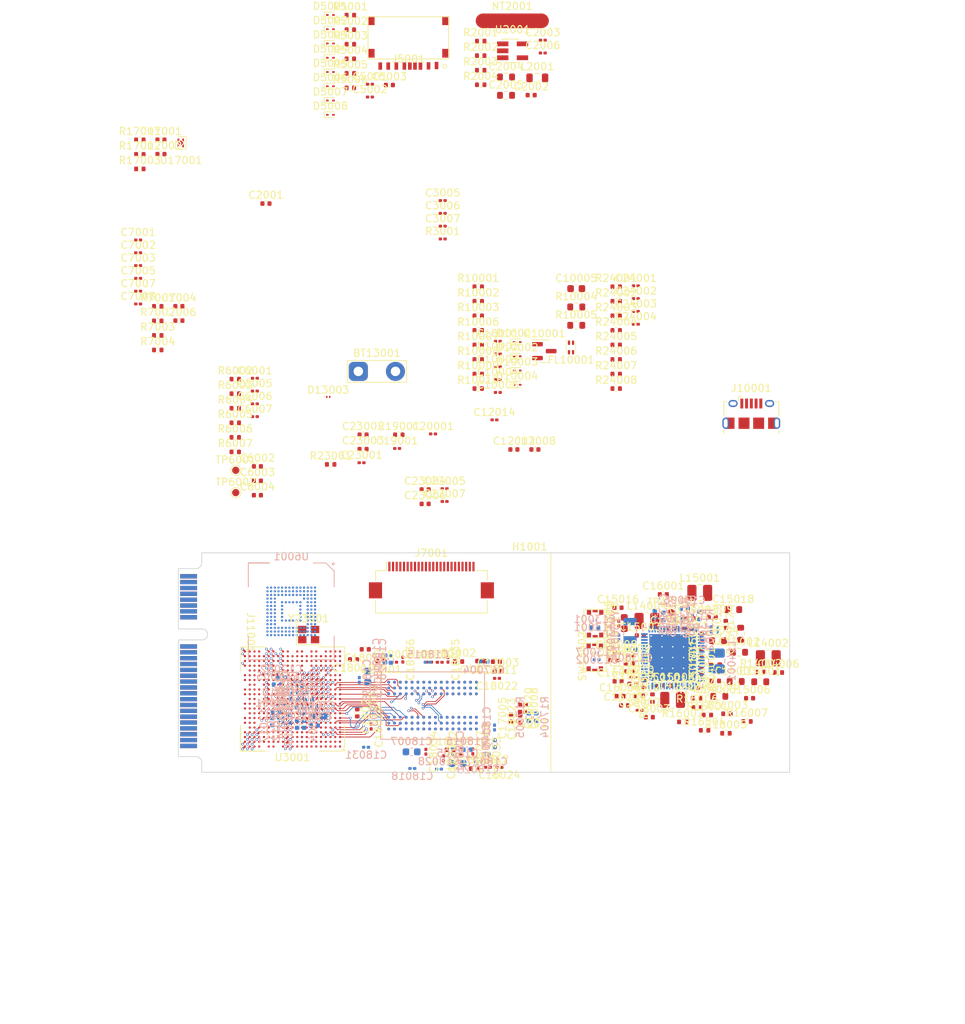
<source format=kicad_pcb>
(kicad_pcb (version 20221018) (generator pcbnew)
  (layers (0 "F.Cu" signal) (1 "In1.Cu" power "In1_Gnd.Cu") (2 "In2.Cu" power "In2_Pwr.Cu") (3 "In3.Cu" signal "In3_SignalCu") (4 "In4.Cu" power "In4_Gnd.Cu") (31 "B.Cu" signal) (34 "B.Paste" user) (35 "F.Paste" user) (36 "B.SilkS" user "B.Silkscreen") (37 "F.SilkS" user "F.Silkscreen") (38 "B.Mask" user) (39 "F.Mask" user) (44 "Edge.Cuts" user))
  (net 0 "")
  (net 1 "/DDR/DDR_~{RESET}")
  (net 2 "GND")
  (net 3 "VCC_3V3_SD")
  (net 4 "VCCIO_SD")
  (net 5 "VCC_3V3")
  (net 6 "/VCCIO4/MIPI_CSI_AVDD_1V8")
  (net 7 "/VCCIO4/MIPI_CSI_AVDD_0V8")
  (net 8 "/VCCIO4/VCCAVDD_RGB")
  (net 9 "/VCCIO4/VCCDVDD_RGB")
  (net 10 "/VCCIO4/VCC1V8_DOVDD")
  (net 11 "/Display/MIPI_DSI_AVDD_1V8")
  (net 12 "/Display/MIPI_DSI_AVDD_0V8")
  (net 13 "VCC_1V8")
  (net 14 "VCC_0V8")
  (net 15 "VCC5V0_USB")
  (net 16 "/USB/OTG_DET_1V8")
  (net 17 "VDD_NPU")
  (net 18 "VDD_LOGIC")
  (net 19 "VCC5V0_SYS")
  (net 20 "/Power/PMIC/RK809 Management/PWR_ON")
  (net 21 "VDD_ARM")
  (net 22 "VCC3V3_SYS")
  (net 23 "VCC1V8_DOVDD")
  (net 24 "VCCDVDD_RGB")
  (net 25 "VCCAVDD_RGB")
  (net 26 "VCC_5V0")
  (net 27 "/Power/PMIC/RK809 Codec/RK809_MIC_INP")
  (net 28 "/Power/PMIC/RK809 Codec/RK809_MIC_INN")
  (net 29 "/DDR/DDR Power/VCC25_DDR")
  (net 30 "VCC_DDR")
  (net 31 "/PMUIO0/SD_DET")
  (net 32 "Net-(#FLG016001-pwr)")
  (net 33 "Net-(#FLG016002-pwr)")
  (net 34 "Net-(#FLG016003-pwr)")
  (net 35 "Net-(#FLG016004-pwr)")
  (net 36 "/SoC OSC PLL/XIN24M")
  (net 37 "/VCCIO2/SD_D1")
  (net 38 "/VCCIO2/SD_D0")
  (net 39 "/VCCIO2/SD_CLK")
  (net 40 "/VCCIO2/SD_CMD")
  (net 41 "/VCCIO2/SD_D3")
  (net 42 "/DDR/DDR4_CLKP")
  (net 43 "/DDR/DDR4_CLKN")
  (net 44 "/VCCIO2/SD_D2")
  (net 45 "/USB/OTG_PORT_DP")
  (net 46 "/USB/OTG_PORT_DM")
  (net 47 "/USB/OTG_DP")
  (net 48 "/USB/OTG_DM")
  (net 49 "/PMUIO1/FLASH_VOL_SEL")
  (net 50 "/VCCIO4/MIPI_CSI_PWR0")
  (net 51 "/VCCIO4/MIPI_CSI_RST0")
  (net 52 "/VCCIO4/MIPI_CSI_I2C_SDA")
  (net 53 "/VCCIO4/MIPI_CSI_I2C_SCL")
  (net 54 "/VCCIO4/MIPI_RX0_D0N")
  (net 55 "/VCCIO4/MIPI_RX0_D0P")
  (net 56 "/USB_CTRL")
  (net 57 "/VCCIO4/MIPI_RX0_D1N")
  (net 58 "VCC_1V8_PMU")
  (net 59 "VCC3V3")
  (net 60 "/Power/PMIC/RK809 Codec/I2S_MCLK")
  (net 61 "/Power/PMIC/RK809 Codec/I2S_SCLK_TX")
  (net 62 "/Power/PMIC/RK809 Codec/I2S_LRCLK_TX")
  (net 63 "/Power/PMIC/RK809 Codec/I2S_SDO0")
  (net 64 "/Power/PMIC/RK809 Codec/I2S_SDI0")
  (net 65 "/Power/PMIC/RK809 Codec/PDM_CLK1")
  (net 66 "/DDR/DDR4_~{ACT}")
  (net 67 "/DDR/DDR4_ODT0")
  (net 68 "/DDR/DDR4_BA1")
  (net 69 "/DDR/DDR4_A5")
  (net 70 "/DDR/DDR4_A8")
  (net 71 "/DDR/DDR4_A4")
  (net 72 "/DDR/DDR4_A10")
  (net 73 "/DDR/DDR4_A14_~{WE}")
  (net 74 "/DDR/DDR4_A13")
  (net 75 "/Display/MIPI_DSI_TX0_D0P")
  (net 76 "/Display/MIPI_DSI_TX0_D1P")
  (net 77 "/VCCIO4/MIPI_RX0_D1P")
  (net 78 "/VCCIO4/MIPI_RX0_D2N")
  (net 79 "/DDR/DDR4_~{CS0}")
  (net 80 "/DDR/DDR4_A15_~{CAS}")
  (net 81 "/DDR/DDR4_A3")
  (net 82 "/DDR/DDR4_A1")
  (net 83 "/DDR/DDR4_A7")
  (net 84 "/DDR/DDR4_A9")
  (net 85 "/DDR/DDR4_A16_~{RAS}")
  (net 86 "/DDR/DDR4_A2")
  (net 87 "/Display/MIPI_DSI_TX0_D0N")
  (net 88 "/Display/MIPI_DSI_TX0_D1N")
  (net 89 "/Display/MIPI_DSI_TX0_D2P")
  (net 90 "/DDR/DDR4_CKE")
  (net 91 "/DDR/DDR4_A6")
  (net 92 "/DDR/DDR4_A0")
  (net 93 "/DDR/DDR4_A11")
  (net 94 "/Display/MIPI_DSI_TX0_CLKN")
  (net 95 "/Display/MIPI_DSI_TX0_CLKP")
  (net 96 "/Display/MIPI_DSI_TX0_D2N")
  (net 97 "/DDR/DDR4_BG0")
  (net 98 "/DDR/DDR4_A12")
  (net 99 "/Display/MIPI_DSI_TX0_D3N")
  (net 100 "/Display/MIPI_DSI_TX0_D3P")
  (net 101 "/DDR/DDR4_BA0")
  (net 102 "/DDR/VREF_DDR")
  (net 103 "/VCCIO4/MIPI_RX0_D2P")
  (net 104 "/VCCIO4/MIPI_RX0_D3N")
  (net 105 "/VCCIO4/MIPI_RX0_D3P")
  (net 106 "/VCCIO4/MIPI_RX0_CLKN")
  (net 107 "/VCCIO4/MIPI_RX0_CLKP")
  (net 108 "/VCCIO4/MIPI_CSI_MCLK0")
  (net 109 "/VCCIO2/RV_JTAG_TDO")
  (net 110 "/VCCIO2/RV_JTAG_TDI")
  (net 111 "/VCCIO2/RV_JTAG_TRSTn")
  (net 112 "/VCCIO2/A7_JTAG_TCK")
  (net 113 "/VCCIO2/A7_JTAG_TMS")
  (net 114 "/VCCIO1/EMMC_CLK")
  (net 115 "/VCCIO1/EMMC_~{RST}")
  (net 116 "/VCCIO1/EMMC_CMD")
  (net 117 "/VCCIO1/EMMC_D0")
  (net 118 "/USB/OTG_ID")
  (net 119 "/SoC OSC PLL/XOUT24M")
  (net 120 "/VCCIO1/EMMC_D7")
  (net 121 "/VCCIO1/EMMC_D6")
  (net 122 "/VCCIO1/EMMC_D5")
  (net 123 "/Power/PMIC/RK809 Codec/SPKP_OUT")
  (net 124 "/Power/PMIC/RK809 Codec/SPKN_OUT")
  (net 125 "/Power/PMIC/RK809 Codec/HPL_OUT")
  (net 126 "/Power/PMIC/RK809 Codec/HP_SNS")
  (net 127 "/Power/PMIC/RK809 Codec/HPR_OUT")
  (net 128 "/Power/PMIC/RK809 Management/BATDIV")
  (net 129 "/Power/PMIC/RK809 Management/SNSP")
  (net 130 "/Power/PMIC/RK809 Management/SNSN")
  (net 131 "/mini PCIe/mPCIe_3V3_aux")
  (net 132 "/mini PCIe/mPCIe_GND")
  (net 133 "/mini PCIe/mPCIe_1V5")
  (net 134 "/mini PCIe/mPCIe_Reserved")
  (net 135 "/mini PCIe/mPCIe_I2C_SCL")
  (net 136 "/mini PCIe/mPCIe_I2C_SDA")
  (net 137 "/mini PCIe/mPCIe_USB_DP")
  (net 138 "/mini PCIe/mPCIe_USB_DM")
  (net 139 "GNDA")
  (net 140 "/PMIC_RESET")
  (net 141 "VDD_1V8_PMU")
  (net 142 "VCC_BUCK5")
  (net 143 "VCC_0V8_PMU")
  (net 144 "/VCCIO1/EMMC_D4")
  (net 145 "/VCCIO1/EMMC_D3")
  (net 146 "/DDR/DDR_VREFCA")
  (net 147 "GNDD")
  (net 148 "/PMIC_I2C_SDA")
  (net 149 "/PMIC_I2C_SCL")
  (net 150 "/PMIC_CLK32K")
  (net 151 "/Power/PMIC/RK809 Codec/I2S_MCLK_M0")
  (net 152 "/Power/PMIC/RK809 Codec/I2S_SCLK_TX_M0")
  (net 153 "/Power/PMIC/RK809 Codec/I2S_LRCLK_TX_M0")
  (net 154 "/Power/PMIC/RK809 Codec/I2S_SDO0_M0")
  (net 155 "/Power/PMIC/RK809 Codec/I2S_SDI0_M0")
  (net 156 "/DDR/DDR4_D24")
  (net 157 "/DDR/DDR4_D25")
  (net 158 "/DDR/DDR4_D30")
  (net 159 "/DDR/DDR4_D31")
  (net 160 "/DDR/DDR4_DM3")
  (net 161 "/DDR/DDR4_D14")
  (net 162 "/DDR/DDR4_D15")
  (net 163 "/DDR/DDR4_D9")
  (net 164 "/DDR/DDR4_D8")
  (net 165 "/DDR/DDR4_DQS3P")
  (net 166 "/DDR/DDR4_D13")
  (net 167 "/DDR/DDR4_DM1")
  (net 168 "/DDR/DDR4_DQS3N")
  (net 169 "/DDR/DDR4_DQS1N")
  (net 170 "/DDR/DDR4_DQS1P")
  (net 171 "/DDR/DDR4_D27")
  (net 172 "/DDR/DDR4_D12")
  (net 173 "/DDR/DDR4_D29")
  (net 174 "/DDR/DDR4_D26")
  (net 175 "/DDR/DDR4_D11")
  (net 176 "/DDR/DDR4_D10")
  (net 177 "/DDR/DDR4_D28")
  (net 178 "/DDR/DDR4_D18")
  (net 179 "/DDR/DDR4_D19")
  (net 180 "/DDR/DDR4_D4")
  (net 181 "/DDR/DDR4_D1")
  (net 182 "/DDR/DDR4_D16")
  (net 183 "/DDR/DDR4_D17")
  (net 184 "/DDR/DDR4_D5")
  (net 185 "/DDR/DDR4_D0")
  (net 186 "/DDR/DDR4_D21")
  (net 187 "/DDR/DDR4_DQS0N")
  (net 188 "/DDR/DDR4_DQS0P")
  (net 189 "/DDR/DDR4_D22")
  (net 190 "/DDR/DDR4_DM2")
  (net 191 "/DDR/DDR4_D6")
  (net 192 "/DDR/DDR4_DQS2N")
  (net 193 "/DDR/DDR4_DQS2P")
  (net 194 "/DDR/DDR4_DM0")
  (net 195 "/DDR/DDR4_D3")
  (net 196 "/DDR/DDR4_D23")
  (net 197 "/DDR/DDR4_D20")
  (net 198 "/DDR/DDR4_D7")
  (net 199 "/DDR/DDR4_D2")
  (net 200 "/PMIC_INT")
  (net 201 "/PMIC_SLEEP")
  (net 202 "Net-(BT13001--)")
  (net 203 "Net-(U2001-EN)")
  (net 204 "Net-(U2001-FB)")
  (net 205 "Net-(U6001A-V_{DDIM})")
  (net 206 "Net-(U13001A-XIN)")
  (net 207 "Net-(U13001A-XOUT)")
  (net 208 "Net-(U13001A-VREF)")
  (net 209 "Net-(U13001A-VDC)")
  (net 210 "/VCCIO1/EMMC_D2")
  (net 211 "/VCCIO1/EMMC_D1")
  (net 212 "/USB/USB_HOST_DP")
  (net 213 "/USB/USB_HOST_DM")
  (net 214 "Net-(U13001D-CPN)")
  (net 215 "Net-(U13001D-CPP)")
  (net 216 "Net-(U13001D-MICIP)")
  (net 217 "Net-(U13001D-MICIN)")
  (net 218 "Net-(C23002-Pad2)")
  (net 219 "Net-(C24002-Pad1)")
  (net 220 "Net-(C24004-Pad1)")
  (net 221 "Net-(D10001-A1)")
  (net 242 "Net-(U2001-SW)")
  (net 243 "Net-(U13001C-SW1)")
  (net 244 "Net-(U13001C-SW2)")
  (net 245 "Net-(U13001C-SW3)")
  (net 246 "Net-(U13001C-SW4)")
  (net 247 "Net-(U13001B-SW5)")
  (net 248 "Net-(Q10001-B)")
  (net 249 "Net-(Q10001-E)")
  (net 250 "Net-(U3001N-DDR_RZQ)")
  (net 251 "Net-(U3001G-SDMMC0_D0{slash}TEST_CLK1_OUT{slash}UART2_RX_M0{slash}GPIO1_A4_u)")
  (net 252 "Net-(U3001F-FLASH_CLE{slash}EMMC_CLKO{slash}GPIO0_D7_d)")
  (net 253 "Net-(U3001F-FLASH_WPn{slash}EMMC_RSTn{slash}FSPI_CLK{slash}GPIO1_A3_d)")
  (net 254 "Net-(U3001Q-OTG_EXTR)")
  (net 255 "Net-(U3001Q-HOST_EXTR)")
  (net 256 "Net-(U13001A-CLK32K)")
  (net 257 "Net-(U13001C-FB3)")
  (net 258 "Net-(U13001D-PDMCLK)")
  (net 259 "Net-(U17001-EN)")
  (net 260 "Net-(U17002B-ZQ)")
  (net 261 "Net-(U17003B-ZQ)")
  (net 262 "Net-(U3001D-TSADC_SHUT_M0{slash}TSADC_SHUTORG{slash}GPIO0_A1_z)")
  (net 263 "Net-(U17002A-TEN)")
  (net 264 "Net-(U17002A-PAR)")
  (net 265 "Net-(U17003A-TEN)")
  (net 266 "Net-(U17003A-PAR)")
  (net 267 "Net-(U13001A-EXT_EN)")
  (footprint "Capacitor_SMD:C_0402_1005Metric" (layer "F.Cu") (at 167.6 104.98 90)
    (fp_text reference "C18023")
    (fp_text value "100nF X5R 10V")
  )
  (footprint "Resistor_SMD:R_0402_1005Metric" (layer "F.Cu") (at 118.04 50.53)
    (fp_text reference "R7002")
    (fp_text value "2.2K 5%")
  )
  (footprint "Resistor_SMD:R_0402_1005Metric" (layer "F.Cu") (at 115.59 29.75)
    (fp_text reference "R17003")
    (fp_text value "240R 1%")
  )
  (footprint "Capacitor_SMD:C_0201_0603Metric" (layer "F.Cu") (at 183.42 45.74)
    (fp_text reference "C24001")
    (fp_text value "1nF X5R 25V")
  )
  (footprint "Capacitor_SMD:C_0201_0603Metric" (layer "F.Cu") (at 170.7 12.15)
    (fp_text reference "C2003")
    (fp_text value "22pF 50V C0G")
  )
  (footprint "Capacitor_SMD:C_0402_1005Metric" (layer "F.Cu") (at 181.27 101.85)
    (fp_text reference "C16006")
    (fp_text value "2.2uF X5R 10V")
  )
  (footprint "Resistor_SMD:R_0603_1608Metric" (layer "F.Cu") (at 200.44 99.89)
    (fp_text reference "C14001")
    (fp_text value "22uF X5R 10V")
  )
  (footprint "Diode_SMD:D_SOD-923" (layer "F.Cu") (at 167.195 55.37)
    (fp_text reference "D10002")
    (fp_text value "ESD9B5.0ST5G")
  )
  (footprint "Capacitor_SMD:C_0201_0603Metric" (layer "F.Cu") (at 183.42 47.49)
    (fp_text reference "C24002")
    (fp_text value "100pF C0G 50V")
  )
  (footprint "Resistor_SMD:R_0603_1608Metric" (layer "F.Cu") (at 165.67 17.18)
    (fp_text reference "C2004")
    (fp_text value "22uF X5R 10V")
  )
  (footprint "Capacitor_SMD:C_0402_1005Metric" (layer "F.Cu") (at 190.56 92.66)
    (fp_text reference "C15002")
    (fp_text value "1uF X5R 6.3V")
  )
  (footprint "Resistor_SMD:R_0402_1005Metric" (layer "F.Cu") (at 118.04 54.51)
    (fp_text reference "R7004")
    (fp_text value "0R 5%")
  )
  (footprint "Capacitor_SMD:C_0201_0603Metric" (layer "F.Cu") (at 154.71 109.45 -90)
    (fp_text reference "C18034")
    (fp_text value "100nF X5R 6.3V")
  )
  (footprint "TestPoint:TestPoint_2Pads_Pitch5.08mm_Drill1.3mm" (layer "F.Cu") (at 145.47 57.44)
    (fp_text reference "BT13001")
    (fp_text value "Battery_Cell")
  )
  (footprint "Resistor_SMD:R_0603_1608Metric" (layer "F.Cu") (at 165.67 19.69)
    (fp_text reference "C2005")
    (fp_text value "22uF X5R 10V")
  )
  (footprint "Resistor_SMD:R_0603_1608Metric" (layer "F.Cu") (at 197.756 93.316 90)
    (fp_text reference "C15017")
    (fp_text value "22uF X5R 10V")
  )
  (footprint "Resistor_SMD:R_0402_1005Metric" (layer "F.Cu") (at 194.9 98.01 90)
    (fp_text reference "R14001")
    (fp_text value "100R 5%")
  )
  (footprint "Resistor_SMD:R_0402_1005Metric" (layer "F.Cu") (at 180.74 59.79)
    (fp_text reference "R24008")
    (fp_text value "49.9R 1%")
  )
  (footprint "Leaf_Button_Switch_SMD:SW_SPST_ALPS_SKSG_3.9x2.7mm" (layer "F.Cu") (at 177.81 96.55 90)
    (fp_text reference "SW13002")
    (fp_text value "SKSGPAE010")
  )
  (footprint "Capacitor_SMD:C_0603_1608Metric" (layer "F.Cu") (at 181.84 91.86 90)
    (fp_text reference "C14011")
    (fp_text value "22uF X5R 10V")
  )
  (footprint "Capacitor_SMD:C_0201_0603Metric" (layer "F.Cu") (at 164.55 58.57)
    (fp_text reference "C10004")
    (fp_text value "100nF X5R 6.3V")
  )
  (footprint "Leaf_Button_Switch_SMD:SW_SPST_ALPS_SKSG_3.9x2.7mm" (layer "F.Cu") (at 177.86 91.94 -90)
    (fp_text reference "SW13001")
    (fp_text value "SKSGPAE010")
  )
  (footprint "Resistor_SMD:R_0402_1005Metric" (layer "F.Cu") (at 128.64 66.46)
    (fp_text reference "R6006")
    (fp_text value "4.7K 5%")
  )
  (footprint "Capacitor_SMD:C_0201_0603Metric" (layer "F.Cu") (at 164.55 53.32)
    (fp_text reference "C10001")
    (fp_text value "100nF X5R 6.3V")
  )
  (footprint "Capacitor_SMD:C_0402_1005Metric" (layer "F.Cu") (at 180.992 89.76)
    (fp_text reference "C15016")
    (fp_text value "1uF X5R 10V")
  )
  (footprint "Capacitor_SMD:C_0201_0603Metric" (layer "F.Cu") (at 183.09 99.31)
    (fp_text reference "C16010")
    (fp_text value "100nF X5R 6.3V")
  )
  (footprint "Capacitor_SMD:C_0201_0603Metric" (layer "F.Cu") (at 151.56 96.86 -90)
    (fp_text reference "C18036")
    (fp_text value "100nF X5R 6.3V")
  )
  (footprint "Capacitor_SMD:C_0402_1005Metric" (layer "F.Cu") (at 181 99.82)
    (fp_text reference "C16002")
    (fp_text value "1uF X5R 6.3V")
  )
  (footprint "Resistor_SMD:R_0402_1005Metric" (layer "F.Cu") (at 161.87 45.86)
    (fp_text reference "R10001")
    (fp_text value "2.2K 5%")
  )
  (footprint "Capacitor_SMD:C_0402_1005Metric" (layer "F.Cu") (at 161.35 111.76)
    (fp_text reference "C18030")
    (fp_text value "1nF X5R 50V")
  )
  (footprint "Resistor_SMD:R_0402_1005Metric" (layer "F.Cu") (at 141.69 70.16)
    (fp_text reference "R23001")
    (fp_text value "22R 5%")
  )
  (footprint "Capacitor_SMD:C_0402_1005Metric" (layer "F.Cu") (at 146.42 95.45 180)
    (fp_text reference "C18013")
    (fp_text value "100nF X5R 10V")
  )
  (footprint "Resistor_SMD:R_0402_1005Metric" (layer "F.Cu") (at 144.38 14.69)
    (fp_text reference "R5004")
    (fp_text value "22R 5%")
  )
  (footprint "Resistor_SMD:R_0402_1005Metric" (layer "F.Cu") (at 194.29 99.77 180)
    (fp_text reference "C14005")
    (fp_text value "10uF X5R 6.3V")
  )
  (footprint "Capacitor_SMD:C_0201_0603Metric" (layer "F.Cu") (at 182.6 96.35)
    (fp_text reference "C16009")
    (fp_text value "100nF X5R 6.3V")
  )
  (footprint "Resistor_SMD:R_0402_1005Metric" (layer "F.Cu") (at 162.21 16.25)
    (fp_text reference "R2003")
    (fp_text value "43.2K 1%")
  )
  (footprint "Resistor_SMD:R_0402_1005Metric" (layer "F.Cu") (at 202.92 98.62)
    (fp_text reference "C14006")
    (fp_text value "10uF X5R 6.3V")
  )
  (footprint "Resistor_SMD:R_0402_1005Metric" (layer "F.Cu") (at 162.21 14.26)
    (fp_text reference "R2002")
    (fp_text value "100R 5%")
  )
  (footprint "Capacitor_SMD:C_0201_0603Metric" (layer "F.Cu") (at 115.36 42.97)
    (fp_text reference "C7003")
    (fp_text value "100nF X5R 6.3V")
  )
  (footprint "Resistor_SMD:R_0402_1005Metric" (layer "F.Cu") (at 161.87 53.82)
    (fp_text reference "R10007")
    (fp_text value "200R 1%")
  )
  (footprint "Capacitor_SMD:C_0402_1005Metric" (layer "F.Cu") (at 158.04 109.19)
    (fp_text reference "C18019")
    (fp_text value "100nF X5R 10V")
  )
  (footprint "Capacitor_SMD:C_0201_0603Metric" (layer "F.Cu") (at 180.77 95.85)
    (fp_text reference "C16008")
    (fp_text value "27pF C0G 50V")
  )
  (footprint "Resistor_SMD:R_0402_1005Metric" (layer "F.Cu") (at 161.87 57.8)
    (fp_text reference "R10009")
    (fp_text value "18K 1%")
  )
  (footprint "Capacitor_SMD:C_0201_0603Metric" (layer "F.Cu") (at 170.7 13.9)
    (fp_text reference "C2006")
    (fp_text value "100nF X5R 6.3V")
  )
  (footprint "Resistor_SMD:R_0402_1005Metric" (layer "F.Cu") (at 161.87 47.85)
    (fp_text reference "R10002")
    (fp_text value "1K 5%")
  )
  (footprint "Resistor_SMD:R_0402_1005Metric" (layer "F.Cu") (at 192.83 106.52)
    (fp_text reference "R16004")
    (fp_text value "22R 5%")
  )
  (footprint "Capacitor_SMD:C_0402_1005Metric" (layer "F.Cu") (at 188.612 100.428)
    (fp_text reference "C15008")
    (fp_text value "1uF X5R 10V")
  )
  (footprint "Capacitor_SMD:C_0402_1005Metric" (layer "F.Cu") (at 186.58 100.428)
    (fp_text reference "C15010")
    (fp_text value "1uF X5R 10V")
  )
  (footprint "Capacitor_SMD:C_0201_0603Metric" (layer "F.Cu") (at 155.69 65.99)
    (fp_text reference "C20001")
    (fp_text value "100nF X5R 6.3V")
  )
  (footprint "Capacitor_SMD:C_0402_1005Metric" (layer "F.Cu") (at 195.724 92.046 90)
    (fp_text reference "C15015")
    (fp_text value "1uF X5R 10V")
  )
  (footprint "Capacitor_SMD:C_0402_1005Metric" (layer "F.Cu") (at 132.84 34.49)
    (fp_text reference "C2001")
    (fp_text value "10uF X5R 10V")
  )
  (footprint "Capacitor_SMD:C_0201_0603Metric" (layer "F.Cu") (at 157.01 35.83)
    (fp_text reference "C3006")
    (fp_text value "100nF X5R 6.3V")
  )
  (footprint "Resistor_SMD:R_0402_1005Metric" (layer "F.Cu") (at 189.85 105.38)
    (fp_text reference "R16002")
    (fp_text value "22R 5%")
  )
  (footprint "Resistor_SMD:R_0603_1608Metric" (layer "F.Cu") (at 194.84 101.87)
    (fp_text reference "C14010")
    (fp_text value "22uF X5R 10V")
  )
  (footprint "Resistor_SMD:R_0402_1005Metric" (layer "F.Cu") (at 183.9 101.81)
    (fp_text reference "C14012")
    (fp_text value "10uF X5R 6.3V")
  )
  (footprint "Diode_SMD:D_SOD-923" (layer "F.Cu") (at 141.655 18.45)
    (fp_text reference "D5006")
    (fp_text value "ESD9B5.0ST5G")
  )
  (footprint "Diode_SMD:D_SOD-923" (layer "F.Cu") (at 141.655 12.6)
    (fp_text reference "D5003")
    (fp_text value "ESD9B5.0ST5G")
  )
  (footprint "Capacitor_SMD:C_0402_1005Metric" (layer "F.Cu") (at 169.11 19.66)
    (fp_text reference "C2002")
    (fp_text value "100nF X5R 10V")
  )
  (footprint "Diode_SMD:D_SOD-923" (layer "F.Cu") (at 167.195 59.27)
    (fp_text reference "D10004")
    (fp_text value "ESD9B5.0ST5G")
  )
  (footprint "Capacitor_SMD:C_0402_1005Metric" (layer "F.Cu") (at 192.422 93.824 90)
    (fp_text reference "C15012")
    (fp_text value "1uF X5R 10V")
  )
  (footprint "Capacitor_SMD:C_0201_0603Metric" (layer "F.Cu") (at 157.73 96.87 -90)
    (fp_text reference "C18035")
    (fp_text value "100nF X5R 6.3V")
  )
  (footprint "Diode_SMD:D_SOD-923" (layer "F.Cu") (at 167.195 53.42)
    (fp_text reference "D10001")
    (fp_text value "ESD9B5.0ST5G")
  )
  (footprint "Capacitor_SMD:C_0402_1005Metric" (layer "F.Cu") (at 188.21 92.67)
    (fp_text reference "C15001")
    (fp_text value "1uF X5R 6.3V")
  )
  (footprint "Capacitor_SMD:C_0201_0603Metric" (layer "F.Cu") (at 147.06 18.17)
    (fp_text reference "C5001")
    (fp_text value "100nF X5R 6.3V")
  )
  (footprint "Resistor_SMD:R_0402_1005Metric" (layer "F.Cu") (at 128.64 60.49)
    (fp_text reference "R6003")
    (fp_text value "4.7K 5%")
  )
  (footprint "Capacitor_SMD:C_0201_0603Metric" (layer "F.Cu") (at 181.1 91.93 90)
    (fp_text reference "C13003")
    (fp_text value "22pF 50V C0G")
  )
  (footprint "Capacitor_SMD:C_0402_1005Metric" (layer "F.Cu") (at 168.37 103.52 -90)
    (fp_text reference "C18008")
    (fp_text value "100nF X5R 10V")
  )
  (footprint "Diode_SMD:D_SOD-923" (layer "F.Cu") (at 167.195 57.32)
    (fp_text reference "D10003")
    (fp_text value "ESD9B5.0ST5G")
  )
  (footprint "Capacitor_SMD:C_0201_0603Metric" (layer "F.Cu") (at 115.36 39.47)
    (fp_text reference "C7001")
    (fp_text value "100nF X5R 6.3V")
  )
  (footprint "Resistor_SMD:R_0402_1005Metric" (layer "F.Cu") (at 128.64 68.45)
    (fp_text reference "R6007")
    (fp_text value "4.7K 5%")
  )
  (footprint "Inductor_SMD:L_CommonModeChoke_Coilcraft_0603USB" (layer "F.Cu") (at 174.56 54.17)
    (fp_text reference "FL10001")
    (fp_text value "Filter_EMI_CommonMode")
  )
  (footprint "Capacitor_SMD:C_0402_1005Metric" (layer "F.Cu") (at 190.83 91.21)
    (fp_text reference "C14008")
    (fp_text value "10uF X5R 10V")
  )
  (footprint "Resistor_SMD:R_0402_1005Metric" (layer "F.Cu") (at 161.87 49.84)
    (fp_text reference "R10003")
    (fp_text value "220R 5%")
  )
  (footprint "TestPoint:TestPoint_Pad_D1.0mm" (layer "F.Cu") (at 128.71 74.02)
    (fp_text reference "TP6002")
    (fp_text value "TestPoint")
  )
  (footprint "Resistor_SMD:R_0402_1005Metric" (layer "F.Cu") (at 191.72 102.13)
    (fp_text reference "R14004")
    (fp_text value "110K 1%")
  )
  (footprint "Resistor_SMD:R_0402_1005Metric" (layer "F.Cu") (at 180.74 57.8)
    (fp_text reference "R24007")
    (fp_text value "49.9R 1%")
  )
  (footprint "Capacitor_SMD:C_0402_1005Metric" (layer "F.Cu") (at 192.422 96.11 90)
    (fp_text reference "C15013")
    (fp_text value "1uF X5R 10V")
  )
  (footprint "TestPoint:TestPoint_Pad_D1.0mm" (layer "F.Cu") (at 128.71 70.97)
    (fp_text reference "TP6001")
    (fp_text value "TestPoint")
  )
  (footprint "Resistor_SMD:R_0402_1005Metric" (layer "F.Cu") (at 180.74 55.81)
    (fp_text reference "R24006")
    (fp_text value "1K 1%")
  )
  (footprint "Package_TO_SOT_SMD:SOT-23" (layer "F.Cu") (at 170.91 54.67)
    (fp_text reference "Q10001")
    (fp_text value "Q_PNP_BEC")
  )
  (footprint "Capacitor_SMD:C_0201_0603Metric" (layer "F.Cu") (at 150.37 97.21)
    (fp_text reference "C18009")
    (fp_text value "100nF X5R 6.3V")
  )
  (footprint "Capacitor_SMD:C_0201_0603Metric" (layer "F.Cu") (at 157.01 34.08)
    (fp_text reference "C3005")
    (fp_text value "100nF X5R 6.3V")
  )
  (footprint "Capacitor_SMD:C_0201_0603Metric" (layer "F.Cu") (at 115.36 46.47)
    (fp_text reference "C7007")
    (fp_text value "100nF X5R 6.3V")
  )
  (footprint "Capacitor_SMD:C_0201_0603Metric" (layer "F.Cu") (at 164.55 56.82)
    (fp_text reference "C10003")
    (fp_text value "100nF X5R 6.3V")
  )
  (footprint "Capacitor_SMD:C_0402_1005Metric" (layer "F.Cu") (at 181.88 103.11)
    (fp_text reference "C16004")
    (fp_text value "1uF X5R 6.3V")
  )
  (footprint "MountingHole:MountingHole_2.7mm_M2.5" (layer "F.Cu") (at 168.91 109.32)
    (fp_text reference "H1002")
    (fp_text value "MountingHole")
  )
  (footprint "Capacitor_SMD:C_0402_1005Metric" (layer "F.Cu") (at 131.67 70.43)
    (fp_text reference "C6002")
    (fp_text value "4.7uF X5R 10V")
  )
  (footprint "Capacitor_SMD:C_0402_1005Metric" (layer "F.Cu") (at 145.33 104.14 -90)
    (fp_text reference "C18021")
    (fp_text value "1nF X5R 50V")
  )
  (footprint "Capacitor_SMD:C_0201_0603Metric" (layer "F.Cu") (at 147.23 106.01 -90)
    (fp_text reference "C18029")
    (fp_text value "100nF X5R 6.3V")
  )
  (footprint "Capacitor_SMD:C_0201_0603Metric" (layer "F.Cu") (at 147.06 19.92)
    (fp_text reference "C5002")
    (fp_text value "100nF X5R 6.3V")
  )
  (footprint "Capacitor_SMD:C_0201_0603Metric" (layer "F.Cu") (at 163.19 111.58)
    (fp_text reference "C18012")
    (fp_text value "100nF X5R 6.3V")
  )
  (footprint "Diode_SMD:D_SOD-923" (layer "F.Cu") (at 141.655 22.35)
    (fp_text reference "D5008")
    (fp_text value "ESD9B5.0ST5G")
  )
  (footprint "Capacitor_SMD:C_0402_1005Metric" (layer "F.Cu") (at 184.04 93.55)
    (fp_text reference "C15003")
    (fp_text value "1uF X5R 6.3V")
  )
  (footprint "Capacitor_SMD:C_0201_0603Metric" (layer "F.Cu") (at 164.55 55.07)
    (fp_text reference "C10002")
    (fp_text value "100nF X5R 6.3V")
  )
  (footprint "Capacitor_SMD:C_0402_1005Metric" (layer "F.Cu") (at 120.93 48.53)
    (fp_text reference "C7004")
    (fp_text value "10uF X5R 6.3V")
  )
  (footprint "Package_TO_SOT_SMD:SOT-23-5_HandSoldering" (layer "F.Cu") (at 166.57 13.6)
    (fp_text reference "U2001")
    (fp_text value "BL8039")
  )
  (footprint "Capacitor_SMD:C_0402_1005Metric" (layer "F.Cu") (at 184.548 100.174 90)
    (fp_text reference "C15011")
    (fp_text value "1uF X5R 10V")
  )
  (footprint "Capacitor_SMD:C_0201_0603Metric" (layer "F.Cu") (at 164.55 60.32)
    (fp_text reference "C10006")
    (fp_text value "100nF X5R 6.3V")
  )
  (footprint "Capacitor_SMD:C_0201_0603Metric" (layer "F.Cu") (at 157.13 110.36 -90)
    (fp_text reference "C18039")
    (fp_text value "100nF X5R 6.3V")
  )
  (footprint "Capacitor_SMD:C_0201_0603Metric" (layer "F.Cu") (at 131.32 61.88)
    (fp_text reference "C6006")
    (fp_text value "100nF X5R 6.3V")
  )
  (footprint "Capacitor_SMD:C_0402_1005Metric" (layer "F.Cu") (at 162.21 97.05 180)
    (fp_text reference "C18017")
    (fp_text value "4.7uF X5R 10V")
  )
  (footprint "Leaf_Connector_PCBEdge:PCIe_MiniCard" (layer "F.Cu") (at 120.86 93.41 -90)
    (fp_text reference "J11001")
    (fp_text value "mini PCIe Card edge")
    (fp_line (start -9.8 -3.2) (end -11.15 -3.2) (stroke (width 0.1)) (layer "Edge.Cuts"))
    (fp_line (start -9 0) (end -9 -2.4) (stroke (width 0.1)) (layer "Edge.Cuts"))
    (fp_line (start -0.75 -3.25) (end -0.75 0) (stroke (width 0.1)) (layer "Edge.Cuts"))
    (fp_line (start -0.75 0) (end -9 0) (stroke (width 0.1)) (layer "Edge.Cuts"))
    (fp_line (start 0.75 0) (end 0.75 -3.25) (stroke (width 0.1)) (layer "Edge.Cuts"))
    (fp_line (start 16.7 -2.4) (end 16.7 0) (stroke (width 0.1)) (layer "Edge.Cuts"))
    (fp_line (start 16.7 0) (end 0.75 0) (stroke (width 0.1)) (layer "Edge.Cuts"))
    (fp_line (start 17.5 -3.2) (end 18.85 -3.2) (stroke (width 0.1)) (layer "Edge.Cuts"))
    (fp_arc (start -9.8 -3.2) (mid -9.234315 -2.965685) (end -9 -2.4) (stroke (width 0.1)) (layer "Edge.Cuts"))
    (fp_arc (start -0.75 -3.25) (mid 0 -4) (end 0.75 -3.25) (stroke (width 0.1)) (layer "Edge.Cuts"))
    (fp_arc (start 16.7 -2.4) (mid 16.934315 -2.965685) (end 17.5 -3.2) (stroke (width 0.1)) (layer "Edge.Cuts"))
  )
  (footprint "Capacitor_SMD:C_0402_1005Metric" (layer "F.Cu") (at 154.61 73.59)
    (fp_text reference "C23004")
    (fp_text value "1uF X5R 6.3V")
  )
  (footprint "Capacitor_SMD:C_0201_0603Metric" (layer "F.Cu") (at 164.77 111.6 180)
    (fp_text reference "C18024")
    (fp_text value "100nF X5R 6.3V")
  )
  (footprint "Capacitor_SMD:C_0402_1005Metric" (layer "F.Cu") (at 164.35 97.14 180)
    (fp_text reference "C18011")
    (fp_text value "100nF X5R 10V")
  )
  (footprint "Resistor_SMD:R_0402_1005Metric" (layer "F.Cu") (at 144.38 16.68)
    (fp_text reference "R5005")
    (fp_text value "22R 5%")
  )
  (footprint "Capacitor_SMD:C_0201_0603Metric" (layer "F.Cu") (at 183.95 103.79)
    (fp_text reference "C16007")
    (fp_text value "27pF C0G 50V")
  )
  (footprint "Resistor_SMD:R_0402_1005Metric" (layer "F.Cu") (at 115.59 27.76)
    (fp_text reference "R17002")
    (fp_text value "240R 1%")
  )
  (footprint "Capacitor_SMD:C_0402_1005Metric" (layer "F.Cu") (at 164.1 108.34 90)
    (fp_text reference "C18004")
    (fp_text value "100nF X5R 10V")
  )
  (footprint "Resistor_SMD:R_0402_1005Metric" (layer "F.Cu") (at 144.38 12.7)
    (fp_text reference "R5003")
    (fp_text value "22R 5%")
  )
  (footprint "Inductor_SMD:L_1008_2520Metric" (layer "F.Cu") (at 201.54 96.66)
    (fp_text reference "L14002")
    (fp_text value "470nH 4.53A 0.035ohm")
  )
  (footprint "NetTie:NetTie-3_SMD_Pad2.0mm" (layer "F.Cu") (at 166.53 9.5)
    (fp_text reference "NT2001")
    (fp_text value "NetTie_3_Tee")
  )
  (footprint "Capacitor_SMD:C_0402_1005Metric" (layer "F.Cu") (at 146.12 68.07)
    (fp_text reference "C23003")
    (fp_text value "10pF 50V C0G +-1%")
  )
  (footprint "Capacitor_SMD:C_0402_1005Metric" (layer "F.Cu") (at 167.59 103.51 -90)
    (fp_text reference "C18020")
    (fp_text value "100nF X5R 10V")
  )
  (footprint "Resistor_SMD:R_0402_1005Metric" (layer "F.Cu") (at 161.87 55.81)
    (fp_text reference "R10008")
    (fp_text value "100R 5%")
  )
  (footprint "Capacitor_SMD:C_0201_0603Metric" (layer "F.Cu") (at 155.15 97.2)
    (fp_text reference "C18006")
    (fp_text value "100nF X5R 6.3V")
  )
  (footprint "Resistor_SMD:R_0402_1005Metric" (layer "F.Cu") (at 151.01 66.11)
    (fp_text reference "R19001")
    (fp_text value "0R 5%")
  )
  (footprint "Resistor_SMD:R_0402_1005Metric" (layer "F.Cu") (at 144.38 10.71)
    (fp_text reference "R5002")
    (fp_text value "22R 5%")
  )
  (footprint "Capacitor_SMD:C_0201_0603Metric" (layer "F.Cu") (at 161.13 109.41 -90)
    (fp_text reference "C18037")
    (fp_text value "100nF X5R 6.3V")
  )
  (footprint "Resistor_SMD:R_0402_1005Metric" (layer "F.Cu") (at 180.74 47.85)
    (fp_text reference "R24002")
    (fp_text value "1K 1%")
  )
  (footprint "Capacitor_SMD:C_0402_1005Metric" (layer "F.Cu") (at 182.61 98.48)
    (fp_text reference "C15005")
    (fp_text value "10uF X5R 10V")
  )
  (footprint "Inductor_SMD:L_1008_2520Metric" (layer "F.Cu") (at 184.94 91.56)
    (fp_text reference "L14004")
    (fp_text value "470nH 4.53A 0.035ohm")
  )
  (footprint "Capacitor_SMD:C_0402_1005Metric" (layer "F.Cu") (at 144.81 96.83 180)
    (fp_text reference "C18010")
    (fp_text value "100nF X5R 10V")
  )
  (footprint "Resistor_SMD:R_0603_1608Metric" (layer "F.Cu") (at 196.74 90.014)
    (fp_text reference "C15018")
    (fp_text value "22uF X5R 10V")
  )
  (footprint "Leaf_Connector:microSD" (layer "F.Cu") (at 152.32 15.185)
    (fp_text reference "J5001")
    (fp_text value "Micro_SD_Card_Det1")
  )
  (footprint "Capacitor_SMD:C_0201_0603Metric" (layer "F.Cu") (at 164.44 99.42 180)
    (fp_text reference "C18022")
    (fp_text value "100nF X5R 6.3V")
  )
  (footprint "Inductor_SMD:L_1008_2520Metric" (layer "F.Cu") (at 188.46 102.36)
    (fp_text reference "L14003")
    (fp_text value "470nH 4.53A 0.035ohm")
  )
  (footprint "Capacitor_SMD:C_0402_1005Metric" (layer "F.Cu") (at 185.27 104.73)
    (fp_text reference "C16003")
    (fp_text value "2.2uF X5R 10V")
  )
  (footprint "Diode_SMD:D_SOD-923" (layer "F.Cu") (at 141.655 10.65)
    (fp_text reference "D5002")
    (fp_text value "ESD9B5.0ST5G")
  )
  (footprint "Rockchip_SoC:Rockchip_RV1126_FCCSP409LD_14.0x14.0mm" (layer "F.Cu") (at 136.47 102.24 180)
    (fp_text reference "U3001")
    (fp_text value "rv1126/rv1109")
  )
  (footprint "Capacitor_SMD:C_0201_0603Metric" (layer "F.Cu") (at 159.49 109.42 90)
    (fp_text reference "C18032")
    (fp_text value "100nF X5R 6.3V")
  )
  (footprint "Capacitor_SMD:C_0402_1005Metric" (layer "F.Cu") (at 164.59 98.43)
    (fp_text reference "C17003")
    (fp_text value "10nF X5R 50V")
  )
  (footprint "Capacitor_SMD:C_0201_0603Metric" (layer "F.Cu") (at 183.42 50.99)
    (fp_text reference "C24004")
    (fp_text value "100pF C0G 50V")
  )
  (footprint "Resistor_SMD:R_0201_0603Metric" (layer "F.Cu") (at 157.01 39.33)
    (fp_text reference "R3001")
    (fp_text value "240R 1%")
  )
  (footprint "Capacitor_SMD:C_0402_1005Metric" (layer "F.Cu") (at 191.43 100.69)
    (fp_text reference "C15007")
    (fp_text value "1uF X5R 10V")
  )
  (footprint "Capacitor_SMD:C_0402_1005Metric" (layer "F.Cu") (at 192.422 98.396 90)
    (fp_text reference "C15014")
    (fp_text value "1uF X5R 10V")
  )
  (footprint "Resistor_SMD:R_0402_1005Metric" (layer "F.Cu") (at 118.04 52.52)
    (fp_text reference "R7003")
    (fp_text value "0R 5%")
  )
  (footprint "Capacitor_SMD:C_0402_1005Metric" (layer "F.Cu") (at 118.48 25.76)
    (fp_text reference "C17001")
    (fp_text value "1uF ±10% 6.3V")
  )
  (footprint "TestPoint:TestPoint_Pad_D1.0mm" (layer "F.Cu") (at 188.24 90.43)
    (fp_text reference "TP13001")
    (fp_text value "TestPoint")
  )
  (footprint "Inductor_SMD:L_0805_2012Metric" (layer "F.Cu") (at 169.95 17.3)
    (fp_text reference "L2001")
    (fp_text value "2.2uH 0.102 ohm 2.30A")
  )
  (footprint "Resistor_SMD:R_0402_1005Metric" (layer "F.Cu") (at 128.64 58.5)
    (fp_text reference "R6002")
    (fp_text value "4.7K 5%")
  )
  (footprint "Capacitor_SMD:C_0201_0603Metric" (layer "F.Cu") (at 157.27 75.23)
    (fp_text reference "C23007")
    (fp_text value "100nF X5R 6.3V")
  )
  (footprint "Capacitor_SMD:C_0402_1005Metric" (layer "F.Cu") (at 148.55 97.05 180)
    (fp_text reference "C18001")
    (fp_text value "4.7uF X5R 10V")
  )
  (footprint "Diode_SMD:D_SOD-923" (layer "F.Cu") (at 141.655 20.4)
    (fp_text reference "D5007")
    (fp_text value "ESD9B5.0ST5G")
  )
  (footprint "Resistor_SMD:R_0402_1005Metric" (layer "F.Cu") (at 185.7 102.12 90)
    (fp_text reference "R14003")
    (fp_text value "120K 1%")
  )
  (footprint "Resistor_SMD:R_0603_1608Metric" (layer "F.Cu") (at 175.28 51.14)
    (fp_text reference "R10005")
    (fp_text value "2.2R 5%")
  )
  (footprint "Capacitor_SMD:C_0402_1005Metric" (layer "F.Cu") (at 166.36 104.84 90)
    (fp_text reference "C17005")
    (fp_text value "10nF X5R 50V")
  )
  (footprint "Resistor_SMD:R_0402_1005Metric" (layer "F.Cu") (at 128.64 62.48)
    (fp_text reference "R6004")
    (fp_text value "0R 5%")
  )
  (footprint "Capacitor_SMD:C_0201_0603Metric" (layer "F.Cu") (at 156.6 97.22)
    (fp_text reference "C18002")
    (fp_text value "100nF X5R 6.3V")
  )
  (footprint "Resistor_SMD:R_0603_1608Metric" (layer "F.Cu") (at 194.67 94.27)
    (fp_text reference "C14004")
    (fp_text value "22uF X5R 10V")
  )
  (footprint "Capacitor_SMD:C_0402_1005Metric" (layer "F.Cu") (at 187.18 87.93)
    (fp_text reference "C16001")
    (fp_text value "10uF X5R 10V")
  )
  (footprint "Resistor_SMD:R_0603_1608Metric" (layer "F.Cu") (at 197.54 95.85)
    (fp_text reference "C14002")
    (fp_text value "22uF X5R 10V")
  )
  (footprint "Inductor_SMD:L_1008_2520Metric" (layer "F.Cu") (at 192.168 87.728)
    (fp_text reference "L15001")
    (fp_text value "470nH 4.53A 0.035ohm")
  )
  (footprint "Resistor_SMD:R_0603_1608Metric" (layer "F.Cu") (at 197.08 99.85)
    (fp_text reference "C14003")
    (fp_text value "22uF X5R 10V")
  )
  (footprint "Capacitor_SMD:C_0201_0603Metric" (layer "F.Cu") (at 183.42 49.24)
    (fp_text reference "C24003")
    (fp_text value "1nF X5R 25V")
  )
  (footprint "Capacitor_SMD:C_0402_1005Metric" (layer "F.Cu") (at 131.67 74.37)
    (fp_text reference "C6004")
    (fp_text value "4.7uF X5R 10V")
  )
  (footprint "Capacitor_SMD:C_0201_0603Metric" (layer "F.Cu") (at 131.32 60.13)
    (fp_text reference "C6005")
    (fp_text value "100nF X5R 6.3V")
  )
  (footprint "Capacitor_SMD:C_0402_1005Metric" (layer "F.Cu") (at 146.12 66.1)
    (fp_text reference "C23002")
    (fp_text value "10pF 50V C0G +-1%")
  )
  (footprint "Resistor_SMD:R_0402_1005Metric" (layer "F.Cu") (at 118.04 48.54)
    (fp_text reference "R7001")
    (fp_text value "2.2K 5%")
  )
  (footprint "Resistor_SMD:R_0402_1005Metric" (layer "F.Cu") (at 193.21 104.43)
    (fp_text reference "R16001")
    (fp_text value "22R 5%")
  )
  (footprint "Diode_SMD:D_SOD-923" (layer "F.Cu") (at 141.655 8.7)
    (fp_text reference "D5001")
    (fp_text value "ESD9B5.0ST5G")
  )
  (footprint "Resistor_SMD:R_0402_1005Metric" (layer "F.Cu") (at 144.38 18.67)
    (fp_text reference "R5006")
    (fp_text value "22R 5%")
  )
  (footprint "Capacitor_SMD:C_0402_1005Metric" (layer "F.Cu") (at 193.89 91.08)
    (fp_text reference "C14009")
    (fp_text value "10uF X5R 10V")
  )
  (footprint "Capacitor_SMD:C_0402_1005Metric" (layer "F.Cu") (at 193.72 97.94 90)
    (fp_text reference "C14007")
    (fp_text value "10uF X5R 10V")
  )
  (footprint "Resistor_SMD:R_0402_1005Metric" (layer "F.Cu") (at 162.21 18.24)
    (fp_text reference "R2004")
    (fp_text value "115K 1%")
  )
  (footprint "Capacitor_SMD:C_0201_0603Metric" (layer "F.Cu") (at 150.78 67.98)
    (fp_text reference "C19001")
    (fp_text value "100nF X5R 6.3V")
  )
  (footprint "Connector_USB:USB_Micro-B_Amphenol_10118194_Horizontal" (layer "F.Cu") (at 199.22 63.23)
    (fp_text reference "J10001")
    (fp_text value "USB_OTG")
  )
  (footprint "Resistor_SMD:R_0402_1005Metric" (layer "F.Cu") (at 115.59 25.77)
    (fp_text reference "R17001")
    (fp_text value "240R 1%")
  )
  (footprint "Capacitor_SMD:C_0402_1005Metric" (layer "F.Cu") (at 169.62 68.12)
    (fp_text reference "C12008")
    (fp_text value "10uF X5R 10V")
  )
  (footprint "Capacitor_SMD:C_0402_1005Metric" (layer "F.Cu") (at 118.48 27.73)
    (fp_text reference "C17002")
    (fp_text value "1uF ±10% 6.3V")
  )
  (footprint "Resistor_SMD:R_0402_1005Metric" (layer "F.Cu") (at 162.21 12.27)
    (fp_text reference "R2001")
    (fp_text value "56K 1%")
  )
  (footprint "Resistor_SMD:R_0402_1005Metric" (layer "F.Cu") (at 191.8 103.41)
    (fp_text reference "R16006")
    (fp_text value "22R 5%")
  )
  (footprint "Diode_SMD:D_SOD-923" (layer "F.Cu") (at 141.655 16.5)
    (fp_text reference "D5005")
    (fp_text value "ESD9B5.0ST5G")
  )
  (footprint "Resistor_SMD:R_0402_1005Metric" (layer "F.Cu") (at 144.38 8.72)
    (fp_text reference "R5001")
    (fp_text value "22R 5%")
  )
  (footprint "Capacitor_SMD:C_0201_0603Metric" (layer "F.Cu") (at 131.32 63.63)
    (fp_text reference "C6007")
    (fp_text value "100nF X5R 6.3V")
  )
  (footprint "Capacitor_SMD:C_0402_1005Metric" (layer "F.Cu") (at 120.93 50.5)
    (fp_text reference "C7006")
    (fp_text value "10uF X5R 6.3V")
  )
  (footprint "Capacitor_SMD:C_0402_1005Metric" (layer "F.Cu") (at 182.52 97.37)
    (fp_text reference "C15004")
    (fp_text value "1uF X5R 6.3V")
  )
  (footprint "Diode_SMD:Nexperia_DSN0603-2_0.6x0.3mm_P0.4mm" (layer "F.Cu") (at 141.355 60.93)
    (fp_text reference "D13003")
    (fp_text value "ESD 5.0V")
  )
  (footprint "Package_BGA:Micron_FBGA-96_9x14mm_Layout9x16_P0.8mm" (layer "F.Cu") (at 155.62 103.14 90)
    (fp_text reference "U17002")
    (fp_text value "Samsung K4A4G165WE-BCRC")
  )
  (footprint "Connector_FFC-FPC:Hirose_FH12-24S-0.5SH_1x24-1MP_P0.50mm_Horizontal" (layer "F.Cu") (at 155.47 85.98)
    (fp_text reference "J7001")
    (fp_text value "MIPI-CSI")
  )
  (footprint "Capacitor_SMD:C_0201_0603Metric" (layer "F.Cu") (at 145.91 69.93)
    (fp_text reference "C23001")
    (fp_text value "100nF X5R 6.3V")
  )
  (footprint "Capacitor_SMD:C_0201_0603Metric" (layer "F.Cu") (at 164.09 64.07)
    (fp_text reference "C12014")
    (fp_text value "100nF X5R 6.3V")
  )
  (footprint "Capacitor_SMD:C_0201_0603Metric" (layer "F.Cu") (at 115.36 44.72)
    (fp_text reference "C7005")
    (fp_text value "100nF X5R 6.3V")
  )
  (footprint "Capacitor_SMD:C_0402_1005Metric" (layer "F.Cu") (at 166.75 68.12)
    (fp_text reference "C12003")
    (fp_text value "10uF X5R 10V")
  )
  (footprint "Capacitor_SMD:C_0201_0603Metric" (layer "F.Cu") (at 157.01 37.58)
    (fp_text reference "C3007")
    (fp_text value "100nF X5R 6.3V")
  )
  (footprint "Capacitor_SMD:C_0402_1005Metric" (layer "F.Cu") (at 180.4 96.91)
    (fp_text reference "C16005")
    (fp_text value "1uF X5R 6.3V")
  )
  (footprint "Capacitor_SMD:C_0402_1005Metric" (layer "F.Cu") (at 131.67 72.4)
    (fp_text reference "C6003")
    (fp_text value "4.7uF X5R 10V")
  )
  (footprint "Resistor_SMD:R_0603_1608Metric" (layer "F.Cu") (at 175.28 48.63)
    (fp_text reference "R10004")
    (fp_text value "2.2R 5%")
  )
  (footprint "Package_DFN_QFN:OnSemi_XDFN4-1EP_1.0x1.0mm_EP0.52x0.52mm" (layer "F.Cu") (at 121.195 26.195)
    (fp_text reference "U17001")
    (fp_text value "NCP114AMX250TCG")
  )
  (footprint "Resistor_SMD:R_0402_1005Metric" (layer "F.Cu") (at 195.75 106.93)
    (fp_text reference "R16005")
    (fp_text value "22R 5%")
  )
  (footprint "Capacitor_SMD:C_0402_1005Metric" (layer "F.Cu") (at 198.98 102.13)
    (fp_text reference "C15006")
    (fp_text value "1uF X5R 10V")
  )
  (footprint "Resistor_SMD:R_0402_1005Metric" (layer "F.Cu") (at 180.74 49.84)
    (fp_text reference "R24003")
    (fp_text value "49.9R 1%")
  )
  (footprint "Resistor_SMD:R_0402_1005Metric" (layer "F.Cu") (at 198.63 105.31)
    (fp_text reference "R16007")
    (fp_text value "0R 5%")
  )
  (footprint "Diode_SMD:D_SOD-923" (layer "F.Cu") (at 141.655 14.55)
    (fp_text reference "D5004")
    (fp_text value "ESD9B5.0ST5G")
  )
  (footprint "Crystal:Crystal_SMD_2520-4Pin_2.5x2.0mm" (layer "F.Cu") (at 138.68 93.43)
    (fp_text reference "Y23001")
    (fp_text value "24MHz ±10ppm 10pF")
  )
  (footprint "Capacitor_SMD:C_0201_0603Metric" (layer "F.Cu") (at 115.36 48.22)
    (fp_text reference "C7008")
    (fp_text value "100nF X5R 6.3V")
  )
  (footprint "Resistor_SMD:R_0402_1005Metric" (layer "F.Cu") (at 159.17 97.12)
    (fp_text reference "R3002")
    (fp_text value "0R 5%")
  )
  (footprint "Capacitor_SMD:C_0603_1608Metric" (layer "F.Cu") (at 175.28 46.12)
    (fp_text reference "C10005")
    (fp_text value "22uF X5R 10V")
  )
  (footprint "Capacitor_SMD:C_0201_0603Metric" (layer "F.Cu") (at 115.36 41.22)
    (fp_text reference "C7002")
    (fp_text value "100nF X5R 6.3V")
  )
  (footprint "Resistor_SMD:R_0402_1005Metric" (layer "F.Cu") (at 195.89 104.26)
    (fp_text reference "R16003")
    (fp_text value "22R 5%")
  )
  (footprint "Resistor_SMD:R_0402_1005Metric" (layer "F.Cu") (at 161.87 51.83)
    (fp_text reference "R10006")
    (fp_text value "200R 1%")
  )
  (footprint "Resistor_SMD:R_0402_1005Metric" (layer "F.Cu") (at 128.64 64.47)
    (fp_text reference "R6005")
    (fp_text value "0R 5%")
  )
  (footprint "Resistor_SMD:R_0402_1005Metric" (layer "F.Cu") (at 180.74 53.82)
    (fp_text reference "R24005")
    (fp_text value "1K 1%")
  )
  (footprint "MountingHole:MountingHole_2.7mm_M2.5" (layer "F.Cu") (at 168.91 85.12)
    (fp_text reference "H1001")
    (fp_text value "MountingHole")
  )
  (footprint "Capacitor_SMD:C_0402_1005Metric" (layer "F.Cu") (at 149.72 18.28)
    (fp_text reference "C5003")
    (fp_text value "10uF X5R 10V")
  )
  (footprint "Capacitor_SMD:C_0201_0603Metric" (layer "F.Cu") (at 131.32 58.38)
    (fp_text reference "C6001")
    (fp_text value "100nF X5R 6.3V")
  )
  (footprint "Capacitor_SMD:C_0201_0603Metric" (layer "F.Cu") (at 157.27 73.48)
    (fp_text reference "C23005")
    (fp_text value "100nF X5R 6.3V")
  )
  (footprint "Resistor_SMD:R_0402_1005Metric" (layer "F.Cu") (at 180.74 51.83)
    (fp_text reference "R24004")
    (fp_text value "49.9R 1%")
  )
  (footprint "Resistor_SMD:R_0402_1005Metric" (layer "F.Cu") (at 180.74 45.86)
    (fp_text reference "R24001")
    (fp_text value "1K 1%")
  )
  (footprint "Capacitor_SMD:C_0402_1005Metric" (layer "F.Cu") (at 183.024 100.174)
    (fp_text reference "C15009")
    (fp_text value "4.7uF X5R 10V")
  )
  (footprint "Resistor_SMD:R_0402_1005Metric" (layer "F.Cu") (at 200.51 98.55)
    (fp_text reference "R14002")
    (fp_text value "100R 5%")
  )
  (footprint "Resistor_SMD:R_0402_1005Metric" (layer "F.Cu") (at 161.87 59.79)
    (fp_text reference "R10010")
    (fp_text value "10K 1%")
  )
  (footprint "Capacitor_SMD:C_0402_1005Metric" (layer "F.Cu") (at 154.61 75.56)
    (fp_text reference "C23006")
    (fp_text value "1uF X5R 6.3V")
  )
  (footprint "Capacitor_SMD:C_0201_0603Metric" (layer "F.Cu") (at 163.35 110.27 -90)
    (fp_text reference "C18033")
    (fp_text value "100nF X5R 6.3V")
  )
  (footprint "Capacitor_SMD:C_0201_0603Metric" (layer "B.Cu") (at 135.08 103.1 180)
    (fp_text reference "C12011")
    (fp_text value "100nF X5R 6.3V")
  )
  (footprint "Resistor_SMD:R_0201_0603Metric" (layer "B.Cu") (at 193.71 92.72 -90)
    (fp_text reference "R13001")
    (fp_text value "2.2kΩ ±5%")
  )
  (footprint "Capacitor_SMD:C_0402_1005Metric" (layer "B.Cu") (at 164.1 108.34 -90)
    (fp_text reference "C17006")
    (fp_text value "1nF X5R 50V")
  )
  (footprint "Resistor_SMD:R_0402_1005Metric" (layer "B.Cu") (at 189.3 91.35)
    (fp_text reference "R13005")
    (fp_text value "450K 1%")
  )
  (footprint "Capacitor_SMD:C_0201_0603Metric" (layer "B.Cu") (at 164.1 106.14 -90)
    (fp_text reference "C18040")
    (fp_text value "100nF X5R 6.3V")
  )
  (footprint "Capacitor_SMD:C_0201_0603Metric" (layer "B.Cu") (at 134.56 105.16 -90)
    (fp_text reference "C12021")
    (fp_text value "100nF X5R 6.3V")
  )
  (footprint "Capacitor_SMD:C_0402_1005Metric" (layer "B.Cu") (at 182.88 95.47)
    (fp_text reference "C13004")
    (fp_text value "1uF X5R 6.3V")
  )
  (footprint "Capacitor_SMD:C_0603_1608Metric" (layer "B.Cu") (at 146.76 99.18 90)
    (fp_text reference "C18003")
    (fp_text value "22uF X5R 6.3V")
  )
  (footprint "Capacitor_SMD:C_0402_1005Metric" (layer "B.Cu") (at 149.92 96.8 -90)
    (fp_text reference "C18026")
    (fp_text value "100nF X5R 10V")
  )
  (footprint "Capacitor_SMD:C_0402_1005Metric" (layer "B.Cu") (at 186.02 90.68 90)
    (fp_text reference "C13005")
    (fp_text value "1uF X5R 6.3V")
  )
  (footprint "Package_BGA:Micron_FBGA-96_9x14mm_Layout9x16_P0.8mm" (layer "B.Cu") (at 155.62 103.14 -90)
    (fp_text reference "U17003")
    (fp_text value "Samsung K4A4G165WE-BCRC")
  )
  (footprint "Resistor_SMD:R_0402_1005Metric" (layer "B.Cu") (at 169.8 104.73 90)
    (fp_text reference "R17004")
    (fp_text value "10K 1%")
  )
  (footprint "Capacitor_SMD:C_0402_1005Metric" (layer "B.Cu") (at 137.71 101.44 180)
    (fp_text reference "C12013")
    (fp_text value "10uF X5R 10V")
  )
  (footprint "Capacitor_SMD:C_0201_0603Metric" (layer "B.Cu") (at 163.03 109.75)
    (fp_text reference "C18027")
    (fp_text value "100nF X5R 6.3V")
  )
  (footprint "Capacitor_SMD:C_0402_1005Metric" (layer "B.Cu") (at 137.1 105.7 -90)
    (fp_text reference "C12019")
    (fp_text value "1uF X5R 6.3V")
  )
  (footprint "Capacitor_SMD:C_0201_0603Metric" (layer "B.Cu") (at 137.74 104.19 180)
    (fp_text reference "C12022")
    (fp_text value "100nF X5R 6.3V")
  )
  (footprint "Capacitor_SMD:C_0402_1005Metric" (layer "B.Cu") (at 139.36 103.34 180)
    (fp_text reference "C3002")
    (fp_text value "1uF X5R 6.3V")
  )
  (footprint "Capacitor_SMD:C_0402_1005Metric" (layer "B.Cu") (at 138.06 105.7 90)
    (fp_text reference "C3004")
    (fp_text value "1uF X5R 6.3V")
  )
  (footprint "Capacitor_SMD:C_0402_1005Metric" (layer "B.Cu") (at 149.14 96.76 -90)
    (fp_text reference "C18014")
    (fp_text value "100nF X5R 10V")
  )
  (footprint "Capacitor_SMD:C_0603_1608Metric" (layer "B.Cu") (at 159.04 111.08 180)
    (fp_text reference "C18005")
    (fp_text value "22uF X5R 6.3V")
  )
  (footprint "Capacitor_SMD:C_0201_0603Metric" (layer "B.Cu") (at 152.86 111.74)
    (fp_text reference "C18018")
    (fp_text value "100nF X5R 6.3V")
  )
  (footprint "Resistor_SMD:R_0201_0603Metric" (layer "B.Cu") (at 194.55 92.74 -90)
    (fp_text reference "R13002")
    (fp_text value "2.2kΩ ±5%")
  )
  (footprint "Capacitor_SMD:C_0402_1005Metric" (layer "B.Cu") (at 134.39 100.27 180)
    (fp_text reference "C12005")
    (fp_text value "1uF X5R 6.3V")
  )
  (footprint "Crystal:Crystal_SMD_3215-2Pin_3.2x1.5mm" (layer "B.Cu") (at 182.64 92.9 -90)
    (fp_text reference "Y13001")
    (fp_text value "32.768kHz ±20ppm 12.5pF")
  )
  (footprint "Capacitor_SMD:C_0201_0603Metric" (layer "B.Cu") (at 156.5 111.83 180)
    (fp_text reference "C18028")
    (fp_text value "100nF X5R 6.3V")
  )
  (footprint "Diode_SMD:Nexperia_DSN0603-2_0.6x0.3mm_P0.4mm" (layer "B.Cu") (at 178.08 95.93)
    (fp_text reference "D13002")
    (fp_text value "ESD 5.0V")
  )
  (footprint "Capacitor_SMD:C_0201_0603Metric" (layer "B.Cu") (at 161.83 110.83)
    (fp_text reference "C18025")
    (fp_text value "100nF X5R 6.3V")
  )
  (footprint "Capacitor_SMD:C_0402_1005Metric" (layer "B.Cu") (at 177.8 92.48 180)
    (fp_text reference "C13001")
    (fp_text value "100nF X5R 6.3V")
  )
  (footprint "Diode_SMD:Nexperia_DSN0603-2_0.6x0.3mm_P0.4mm" (layer "B.Cu") (at 177.82 91.5)
    (fp_text reference "D13001")
    (fp_text value "ESD 3.3V")
  )
  (footprint "Memory_micron:Micron_eMMC_FBGA-153_11.5x13.0mm" (layer "B.Cu") (at 136.3 90.26 180)
    (fp_text reference "U6001")
    (fp_text value "MTFC4GACAJCN")
  )
  (footprint "Capacitor_SMD:C_0201_0603Metric" (layer "B.Cu") (at 135.29 105.16 -90)
    (fp_text reference "C12012")
    (fp_text value "100nF X5R 6.3V")
  )
  (footprint "Capacitor_SMD:C_0201_0603Metric" (layer "B.Cu") (at 158.34 109.41 90)
    (fp_text reference "C18041")
    (fp_text value "100nF X5R 6.3V")
  )
  (footprint "Resistor_SMD:R_0201_0603Metric" (layer "B.Cu") (at 191.19 91.13 -90)
    (fp_text reference "R13004")
    (fp_text value "4.7K 5%")
  )
  (footprint "Capacitor_SMD:C_0201_0603Metric" (layer "B.Cu") (at 178.06 96.88 180)
    (fp_text reference "C13007")
    (fp_text value "100nF X5R 6.3V")
  )
  (footprint "Capacitor_SMD:C_0402_1005Metric" (layer "B.Cu") (at 139.46 105.86 180)
    (fp_text reference "C3003")
    (fp_text value "1uF X5R 6.3V")
  )
  (footprint "Capacitor_SMD:C_0201_0603Metric" (layer "B.Cu") (at 135.68 101.11 -90)
    (fp_text reference "C12007")
    (fp_text value "100nF X5R 6.3V")
  )
  (footprint "Capacitor_SMD:C_0402_1005Metric" (layer "B.Cu") (at 134.92 99.33 180)
    (fp_text reference "C12002")
    (fp_text value "10uF X5R 10V")
  )
  (footprint "Resistor_SMD:R_0402_1005Metric" (layer "B.Cu") (at 168.78 104.74 -90)
    (fp_text reference "R17005")
    (fp_text value "10K 1%")
  )
  (footprint "Capacitor_SMD:C_0402_1005Metric" (layer "B.Cu") (at 190.07 89.89 180)
    (fp_text reference "C13006")
    (fp_text value "10nF 25V X5R")
  )
  (footprint "Inductor_SMD:L_1008_2520Metric" (layer "B.Cu") (at 194.49 97.04 90)
    (fp_text reference "L14001")
    (fp_text value "470nH 4.53A 0.035ohm")
  )
  (footprint "Capacitor_SMD:C_0402_1005Metric" (layer "B.Cu") (at 138.67 102.41)
    (fp_text reference "C12015")
    (fp_text value "1uF X5R 6.3V")
  )
  (footprint "Capacitor_SMD:C_0402_1005Metric" (layer "B.Cu") (at 136.81 102.4 180)
    (fp_text reference "C12020")
    (fp_text value "1uF X5R 6.3V")
  )
  (footprint "Capacitor_SMD:C_0201_0603Metric" (layer "B.Cu") (at 145.61 99.64 90)
    (fp_text reference "C18038")
    (fp_text value "100nF X5R 6.3V")
  )
  (footprint "Capacitor_SMD:C_0402_1005Metric" (layer "B.Cu") (at 133.71 105.35 -90)
    (fp_text reference "C12017")
    (fp_text value "10uF X5R 10V")
  )
  (footprint "Capacitor_SMD:C_0402_1005Metric" (layer "B.Cu") (at 136.13 104.91 -90)
    (fp_text reference "C12004")
    (fp_text value "1uF X5R 6.3V")
  )
  (footprint "Capacitor_SMD:C_0201_0603Metric" (layer "B.Cu") (at 135.17 102.35 180)
    (fp_text reference "C12010")
    (fp_text value "100nF X5R 6.3V")
  )
  (footprint "Capacitor_SMD:C_0402_1005Metric" (layer "B.Cu") (at 134.24 103.94 180)
    (fp_text reference "C12001")
    (fp_text value "10uF X5R 10V")
  )
  (footprint "Capacitor_SMD:C_0603_1608Metric" (layer "B.Cu") (at 152.76 109.47 180)
    (fp_text reference "C18007")
    (fp_text value "22uF X5R 6.3V")
  )
  (footprint "Capacitor_SMD:C_0201_0603Metric" (layer "B.Cu") (at 181.1 93.83 -90)
    (fp_text reference "C13002")
    (fp_text value "22pF 50V C0G")
  )
  (footprint "Capacitor_SMD:C_0201_0603Metric" (layer "B.Cu") (at 136.41 101.1 -90)
    (fp_text reference "C12009")
    (fp_text value "100nF X5R 6.3V")
  )
  (footprint "Capacitor_SMD:C_0201_0603Metric" (layer "B.Cu") (at 146.53 108.84)
    (fp_text reference "C18031")
    (fp_text value "100nF X5R 6.3V")
  )
  (footprint "Capacitor_SMD:C_0201_0603Metric" (layer "B.Cu") (at 137.16 99.88)
    (fp_text reference "C12016")
    (fp_text value "100nF X5R 6.3V")
  )
  (footprint "Capacitor_SMD:C_0201_0603Metric" (layer "B.Cu") (at 154.96 97.21 180)
    (fp_text reference "C18015")
    (fp_text value "100nF X5R 6.3V")
  )
  (footprint "Resistor_SMD:R_0402_1005Metric" (layer "B.Cu") (at 192.11 90.82 -90)
    (fp_text reference "R13003")
    (fp_text value "22R 5%")
  )
  (footprint "Capacitor_SMD:C_0402_1005Metric" (layer "B.Cu") (at 162.65 97.11)
    (fp_text reference "C17004")
    (fp_text value "1nF X5R 50V")
  )
  (footprint "Package_DFN_QFN:QFN-68-1EP_8x8mm_P0.4mm_EP6.4x6.4mm_ThermalVias" (layer "B.Cu") (at 188.48 96.57 180)
    (fp_text reference "U13001")
    (fp_text value "RK809-2")
  )
  (footprint "Capacitor_SMD:C_0402_1005Metric" (layer "B.Cu") (at 160.35 109.18 180)
    (fp_text reference "C18016")
    (fp_text value "100nF X5R 10V")
  )
  (footprint "Capacitor_SMD:C_0603_1608Metric" (layer "B.Cu") (at 140.01 104.61 180)
    (fp_text reference "C3001")
    (fp_text value "10uF X5R 6.3V")
  )
  (footprint "Capacitor_SMD:C_0402_1005Metric" (layer "B.Cu") (at 137.52 103.36)
    (fp_text reference "C12006")
    (fp_text value "1uF X5R 6.3V")
  )
  (footprint "Capacitor_SMD:C_0201_0603Metric" (layer "B.Cu") (at 137.51 100.59 180)
    (fp_text reference "C12018")
    (fp_text value "100nF X5R 6.3V")
  )
  (footprint "Resistor_SMD:R_0402_1005Metric" (layer "B.Cu") (at 187.2 90.93 90)
    (fp_text reference "R13006")
    (fp_text value "47K 1%")
  )
  (gr_line (start 171.81 112.25) (end 171.81 82.27) (stroke (width 0.12)) (layer "F.SilkS"))
  (gr_line (start 124.06 112.26) (end 171.8 112.26) (stroke (width 0.1)) (layer "Edge.Cuts"))
  (gr_line (start 171.8 112.26) (end 204.46 112.26) (stroke (width 0.1)) (layer "Edge.Cuts"))
  (gr_line (start 204.46 82.26) (end 204.46 112.26) (stroke (width 0.1)) (layer "Edge.Cuts"))
  (gr_line (start 124.06 82.26) (end 171.81 82.26) (stroke (width 0.1)) (layer "Edge.Cuts"))
  (gr_line (start 171.81 82.26) (end 204.46 82.26) (stroke (width 0.1)) (layer "Edge.Cuts"))
  (segment (start 139.72 100.94) (end 140.045 100.615) (width 0.254) (layer "F.Cu") (net 2))
  (segment (start 140.37 102.24) (end 140.695 101.915) (width 0.254) (layer "F.Cu") (net 2))
  (segment (start 134.52 103.54) (end 134.195 103.865) (width 0.254) (layer "F.Cu") (net 2))
  (segment (start 133.87 104.19) (end 133.545 104.515) (width 0.254) (layer "F.Cu") (net 2))
  (segment (start 139.72 104.19) (end 140.045 104.515) (width 0.254) (layer "F.Cu") (net 2))
  (segment (start 131.92 106.79) (end 131.595 107.115) (width 0.254) (layer "F.Cu") (net 2))
  (segment (start 135.82 104.84) (end 135.495 105.165) (width 0.254) (layer "F.Cu") (net 2))
  (segment (start 137.77 100.94) (end 138.095 100.615) (width 0.254) (layer "F.Cu") (net 2))
  (segment (start 137.12 98.99) (end 137.445 98.665) (width 0.254) (layer "F.Cu") (net 2))
  (segment (start 140.37 104.84) (end 140.695 105.165) (width 0.254) (layer "F.Cu") (net 2))
  (segment (start 140.37 103.54) (end 140.695 103.865) (width 0.254) (layer "F.Cu") (net 2))
  (segment (start 138.42 100.29) (end 138.745 99.965) (width 0.254) (layer "F.Cu") (net 2))
  (segment (start 133.22 103.54) (end 132.895 103.865) (width 0.254) (layer "F.Cu") (net 2))
  (segment (start 134.52 98.99) (end 134.195 98.665) (width 0.254) (layer "F.Cu") (net 2))
  (segment (start 137.77 102.89) (end 138.095 103.215) (width 0.254) (layer "F.Cu") (net 2))
  (segment (start 134.52 102.89) (end 134.195 103.215) (width 0.254) (layer "F.Cu") (net 2))
  (segment (start 136.47 105.49) (end 136.145 105.815) (width 0.254) (layer "F.Cu") (net 2))
  (segment (start 137.77 100.29) (end 138.095 99.965) (width 0.254) (layer "F.Cu") (net 2))
  (segment (start 135.17 102.89) (end 134.845 103.215) (width 0.254) (layer "F.Cu") (net 2))
  (segment (start 139.72 98.99) (end 140.045 98.665) (width 0.254) (layer "F.Cu") (net 2))
  (segment (start 140.37 99.64) (end 140.695 99.315) (width 0.254) (layer "F.Cu") (net 2))
  (segment (start 135.17 104.84) (end 134.845 105.165) (width 0.254) (layer "F.Cu") (net 2))
  (segment (start 139.72 103.54) (end 140.045 103.865) (width 0.254) (layer "F.Cu") (net 2))
  (segment (start 139.72 102.89) (end 140.045 103.215) (width 0.254) (layer "F.Cu") (net 2))
  (segment (start 136.47 104.84) (end 136.145 105.165) (width 0.254) (layer "F.Cu") (net 2))
  (segment (start 135.82 104.19) (end 135.495 104.515) (width 0.254) (layer "F.Cu") (net 2))
  (segment (start 138.42 98.99) (end 138.745 98.665) (width 0.254) (layer "F.Cu") (net 2))
  (segment (start 136.47 102.24) (end 136.145 101.915) (width 0.254) (layer "F.Cu") (net 2))
  (segment (start 140.37 100.94) (end 140.695 100.615) (width 0.254) (layer "F.Cu") (net 2))
  (segment (start 138.42 101.59) (end 138.745 101.265) (width 0.254) (layer "F.Cu") (net 2))
  (segment (start 138.42 102.89) (end 138.745 103.215) (width 0.254) (layer "F.Cu") (net 2))
  (segment (start 140.37 100.29) (end 140.695 99.965) (width 0.254) (layer "F.Cu") (net 2))
  (segment (start 136.47 106.14) (end 136.145 106.465) (width 0.254) (layer "F.Cu") (net 2))
  (segment (start 137.77 98.99) (end 138.095 98.665) (width 0.254) (layer "F.Cu") (net 2))
  (segment (start 135.17 102.24) (end 134.845 101.915) (width 0.254) (layer "F.Cu") (net 2))
  (segment (start 139.07 100.29) (end 139.395 99.965) (width 0.254) (layer "F.Cu") (net 2))
  (segment (start 139.07 100.94) (end 139.395 100.615) (width 0.254) (layer "F.Cu") (net 2))
  (segment (start 135.82 105.49) (end 135.495 105.815) (width 0.254) (layer "F.Cu") (net 2))
  (segment (start 136.47 100.94) (end 136.145 100.615) (width 0.254) (layer "F.Cu") (net 2))
  (segment (start 135.82 103.54) (end 135.495 103.865) (width 0.254) (layer "F.Cu") (net 2))
  (segment (start 132.57 104.84) (end 132.245 105.165) (width 0.254) (layer "F.Cu") (net 2))
  (segment (start 132.57 98.99) (end 132.245 98.665) (width 0.254) (layer "F.Cu") (net 2))
  (segment (start 139.72 104.84) (end 140.045 105.165) (width 0.254) (layer "F.Cu") (net 2))
  (segment (start 135.17 105.49) (end 134.845 105.815) (width 0.254) (layer "F.Cu") (net 2))
  (segment (start 133.22 102.24) (end 132.895 101.915) (width 0.254) (layer "F.Cu") (net 2))
  (segment (start 133.22 104.84) (end 132.895 105.165) (width 0.254) (layer "F.Cu") (net 2))
  (segment (start 135.82 108.09) (end 135.495 108.415) (width 0.254) (layer "F.Cu") (net 2))
  (segment (start 134.52 101.59) (end 134.195 101.265) (width 0.254) (layer "F.Cu") (net 2))
  (segment (start 129.97 95.74) (end 129.645 95.415) (width 0.254) (layer "F.Cu") (net 2))
  (segment (start 140.37 101.59) (end 140.695 101.265) (width 0.254) (layer "F.Cu") (net 2))
  (segment (start 139.72 102.24) (end 140.045 101.915) (width 0.254) (layer "F.Cu") (net 2))
  (segment (start 129.97 108.74) (end 129.645 109.065) (width 0.254) (layer "F.Cu") (net 2))
  (segment (start 135.82 107.440001) (end 135.495 107.765001) (width 0.254) (layer "F.Cu") (net 2))
  (segment (start 133.22 100.94) (end 132.895 100.615) (width 0.254) (layer "F.Cu") (net 2))
  (segment (start 135.82 106.14) (end 135.495 106.465) (width 0.254) (layer "F.Cu") (net 2))
  (segment (start 135.17 104.19) (end 134.845 104.515) (width 0.254) (layer "F.Cu") (net 2))
  (segment (start 141.02 104.19) (end 141.345 104.515) (width 0.254) (layer "F.Cu") (net 2))
  (segment (start 139.07 101.59) (end 139.395 101.265) (width 0.254) (layer "F.Cu") (net 2))
  (segment (start 137.12 102.24) (end 137.445 101.915) (width 0.254) (layer "F.Cu") (net 2))
  (segment (start 135.82 99.64) (end 135.495 99.315) (width 0.254) (layer "F.Cu") (net 2))
  (segment (start 133.22 100.29) (end 132.895 99.965) (width 0.254) (layer "F.Cu") (net 2))
  (segment (start 140.37 102.89) (end 140.695 103.215) (width 0.254) (layer "F.Cu") (net 2))
  (segment (start 134.52 102.24) (end 134.195 101.915) (width 0.254) (layer "F.Cu") (net 2))
  (segment (start 137.12 100.94) (end 137.445 100.615) (width 0.254) (layer "F.Cu") (net 2))
  (segment (start 137.12 101.59) (end 137.445 101.265) (width 0.254) (layer "F.Cu") (net 2))
  (segment (start 140.37 104.19) (end 140.695 104.515) (width 0.254) (layer "F.Cu") (net 2))
  (segment (start 133.22 101.59) (end 132.895 101.265) (width 0.254) (layer "F.Cu") (net 2))
  (via (at 140.045 103.865) (size 0.35) (drill 0.2) (layers "F.Cu" "B.Cu") (net 2))
  (via (at 129.645 109.065) (size 0.35) (drill 0.2) (layers "F.Cu" "B.Cu") (net 2))
  (via (at 131.595 107.115) (size 0.35) (drill 0.2) (layers "F.Cu" "B.Cu") (net 2))
  (via (at 140.695 100.615) (size 0.35) (drill 0.2) (layers "F.Cu" "B.Cu") (net 2))
  (via (at 138.095 98.665) (size 0.35) (drill 0.2) (layers "F.Cu" "B.Cu") (net 2))
  (via (at 135.495 106.465) (size 0.35) (drill 0.2) (layers "F.Cu" "B.Cu") (net 2))
  (via (at 132.895 101.915) (size 0.35) (drill 0.2) (layers "F.Cu" "B.Cu") (net 2))
  (via (at 134.845 101.915) (size 0.35) (drill 0.2) (layers "F.Cu" "B.Cu") (net 2))
  (via (at 138.095 100.615) (size 0.35) (drill 0.2) (layers "F.Cu" "B.Cu") (net 2))
  (via (at 135.495 103.865) (size 0.35) (drill 0.2) (layers "F.Cu" "B.Cu") (net 2))
  (via (at 140.695 101.265) (size 0.35) (drill 0.2) (layers "F.Cu" "B.Cu") (net 2))
  (via (at 129.645 95.415) (size 0.35) (drill 0.2) (layers "F.Cu" "B.Cu") (net 2))
  (via (at 132.245 105.165) (size 0.35) (drill 0.2) (layers "F.Cu" "B.Cu") (net 2))
  (via (at 140.695 104.515) (size 0.35) (drill 0.2) (layers "F.Cu" "B.Cu") (net 2))
  (via (at 138.745 103.215) (size 0.35) (drill 0.2) (layers "F.Cu" "B.Cu") (net 2))
  (via (at 140.045 103.215) (size 0.35) (drill 0.2) (layers "F.Cu" "B.Cu") (net 2))
  (via (at 134.195 98.665) (size 0.35) (drill 0.2) (layers "F.Cu" "B.Cu") (net 2))
  (via (at 140.695 101.915) (size 0.35) (drill 0.2) (layers "F.Cu" "B.Cu") (net 2))
  (via (at 138.745 99.965) (size 0.35) (drill 0.2) (layers "F.Cu" "B.Cu") (net 2))
  (via (at 134.845 105.815) (size 0.35) (drill 0.2) (layers "F.Cu" "B.Cu") (net 2))
  (via (at 135.495 107.765001) (size 0.35) (drill 0.2) (layers "F.Cu" "B.Cu") (net 2))
  (via (at 135.495 105.815) (size 0.35) (drill 0.2) (layers "F.Cu" "B.Cu") (net 2))
  (via (at 140.695 105.165) (size 0.35) (drill 0.2) (layers "F.Cu" "B.Cu") (net 2))
  (via (at 132.895 105.165) (size 0.35) (drill 0.2) (layers "F.Cu" "B.Cu") (net 2))
  (via (at 134.195 103.865) (size 0.35) (drill 0.2) (layers "F.Cu" "B.Cu") (net 2))
  (via (at 134.195 103.215) (size 0.35) (drill 0.2) (layers "F.Cu" "B.Cu") (net 2))
  (via (at 141.345 104.515) (size 0.35) (drill 0.2) (layers "F.Cu" "B.Cu") (net 2))
  (via (at 135.495 99.315) (size 0.35) (drill 0.2) (layers "F.Cu" "B.Cu") (net 2))
  (via (at 136.145 106.465) (size 0.35) (drill 0.2) (layers "F.Cu" "B.Cu") (net 2))
  (via (at 134.195 101.915) (size 0.35) (drill 0.2) (layers "F.Cu" "B.Cu") (net 2))
  (via (at 139.395 101.265) (size 0.35) (drill 0.2) (layers "F.Cu" "B.Cu") (net 2))
  (via (at 140.695 103.215) (size 0.35) (drill 0.2) (layers "F.Cu" "B.Cu") (net 2))
  (via (at 140.045 98.665) (size 0.35) (drill 0.2) (layers "F.Cu" "B.Cu") (net 2))
  (via (at 140.045 101.915) (size 0.35) (drill 0.2) (layers "F.Cu" "B.Cu") (net 2))
  (via (at 136.145 105.815) (size 0.35) (drill 0.2) (layers "F.Cu" "B.Cu") (net 2))
  (via (at 138.745 101.265) (size 0.35) (drill 0.2) (layers "F.Cu" "B.Cu") (net 2))
  (via (at 140.695 103.865) (size 0.35) (drill 0.2) (layers "F.Cu" "B.Cu") (net 2))
  (via (at 136.145 100.615) (size 0.35) (drill 0.2) (layers "F.Cu" "B.Cu") (net 2))
  (via (at 134.845 105.165) (size 0.35) (drill 0.2) (layers "F.Cu" "B.Cu") (net 2))
  (via (at 132.895 99.965) (size 0.35) (drill 0.2) (layers "F.Cu" "B.Cu") (net 2))
  (via (at 132.245 98.665) (size 0.35) (drill 0.2) (layers "F.Cu" "B.Cu") (net 2))
  (via (at 136.145 105.165) (size 0.35) (drill 0.2) (layers "F.Cu" "B.Cu") (net 2))
  (via (at 135.495 104.515) (size 0.35) (drill 0.2) (layers "F.Cu" "B.Cu") (net 2))
  (via (at 134.845 103.215) (size 0.35) (drill 0.2) (layers "F.Cu" "B.Cu") (net 2))
  (via (at 139.395 99.965) (size 0.35) (drill 0.2) (layers "F.Cu" "B.Cu") (net 2))
  (via (at 136.145 101.915) (size 0.35) (drill 0.2) (layers "F.Cu" "B.Cu") (net 2))
  (via (at 135.495 108.415) (size 0.35) (drill 0.2) (layers "F.Cu" "B.Cu") (net 2))
  (via (at 134.845 104.515) (size 0.35) (drill 0.2) (layers "F.Cu" "B.Cu") (net 2))
  (via (at 138.095 99.965) (size 0.35) (drill 0.2) (layers "F.Cu" "B.Cu") (net 2))
  (via (at 140.695 99.965) (size 0.35) (drill 0.2) (layers "F.Cu" "B.Cu") (net 2))
  (via (at 140.045 104.515) (size 0.35) (drill 0.2) (layers "F.Cu" "B.Cu") (net 2))
  (via (at 134.195 101.265) (size 0.35) (drill 0.2) (layers "F.Cu" "B.Cu") (net 2))
  (via (at 132.895 103.865) (size 0.35) (drill 0.2) (layers "F.Cu" "B.Cu") (net 2))
  (via (at 140.695 99.315) (size 0.35) (drill 0.2) (layers "F.Cu" "B.Cu") (net 2))
  (via (at 138.745 98.665) (size 0.35) (drill 0.2) (layers "F.Cu" "B.Cu") (net 2))
  (via (at 132.895 101.265) (size 0.35) (drill 0.2) (layers "F.Cu" "B.Cu") (net 2))
  (via (at 137.445 100.615) (size 0.35) (drill 0.2) (layers "F.Cu" "B.Cu") (net 2))
  (via (at 135.495 105.165) (size 0.35) (drill 0.2) (layers "F.Cu" "B.Cu") (net 2))
  (via (at 137.445 101.265) (size 0.35) (drill 0.2) (layers "F.Cu" "B.Cu") (net 2))
  (via (at 140.045 105.165) (size 0.35) (drill 0.2) (layers "F.Cu" "B.Cu") (net 2))
  (via (at 139.395 100.615) (size 0.35) (drill 0.2) (layers "F.Cu" "B.Cu") (net 2))
  (via (at 140.045 100.615) (size 0.35) (drill 0.2) (layers "F.Cu" "B.Cu") (net 2))
  (via (at 133.545 104.515) (size 0.35) (drill 0.2) (layers "F.Cu" "B.Cu") (net 2))
  (via (at 137.445 101.915) (size 0.35) (drill 0.2) (layers "F.Cu" "B.Cu") (net 2))
  (via (at 138.095 103.215) (size 0.35) (drill 0.2) (layers "F.Cu" "B.Cu") (net 2))
  (via (at 137.445 98.665) (size 0.35) (drill 0.2) (layers "F.Cu" "B.Cu") (net 2))
  (via (at 132.895 100.615) (size 0.35) (drill 0.2) (layers "F.Cu" "B.Cu") (net 2))
  (segment (start 135.17 98.99) (end 134.845 98.665) (width 0.1) (layer "F.Cu") (net 4))
  (via (at 134.845 98.665) (size 0.35) (drill 0.2) (layers "F.Cu" "B.Cu") (net 4))
  (segment (start 139.07 98.99) (end 139.395 98.665) (width 0.254) (layer "F.Cu") (net 5))
  (via (at 139.395 98.665) (size 0.35) (drill 0.2) (layers "F.Cu" "B.Cu") (net 5))
  (segment (start 133.22 98.99) (end 132.895 98.665) (width 0.1) (layer "F.Cu") (net 6))
  (via (at 132.895 98.665) (size 0.35) (drill 0.2) (layers "F.Cu" "B.Cu") (net 6))
  (segment (start 133.87 98.99) (end 133.545 98.665) (width 0.1) (layer "F.Cu") (net 7))
  (via (at 133.545 98.665) (size 0.35) (drill 0.2) (layers "F.Cu" "B.Cu") (net 7))
  (segment (start 131.92 106.14) (end 131.595 106.465) (width 0.1) (layer "F.Cu") (net 12))
  (via (at 131.595 106.465) (size 0.35) (drill 0.2) (layers "F.Cu" "B.Cu") (net 12))
  (segment (start 139.07 99.64) (end 139.395 99.315) (width 0.254) (layer "F.Cu") (net 13))
  (segment (start 139.72 100.29) (end 140.045 99.965) (width 0.254) (layer "F.Cu") (net 13))
  (via (at 140.045 99.965) (size 0.35) (drill 0.2) (layers "F.Cu" "B.Cu") (net 13))
  (via (at 139.395 99.315) (size 0.35) (drill 0.2) (layers "F.Cu" "B.Cu") (net 13))
  (segment (start 139.72 99.64) (end 140.045 99.315) (width 0.254) (layer "F.Cu") (net 14))
  (via (at 140.045 99.315) (size 0.35) (drill 0.2) (layers "F.Cu" "B.Cu") (net 14))
  (segment (start 137.12 104.19) (end 137.445 104.515) (width 0.254) (layer "F.Cu") (net 17))
  (segment (start 137.12 102.89) (end 137.445 103.215) (width 0.254) (layer "F.Cu") (net 17))
  (segment (start 136.47 104.19) (end 136.145 104.515) (width 0.254) (layer "F.Cu") (net 17))
  (segment (start 137.77 102.24) (end 138.095 101.915) (width 0.254) (layer "F.Cu") (net 17))
  (segment (start 138.42 100.94) (end 138.745 100.615) (width 0.254) (layer "F.Cu") (net 17))
  (segment (start 136.47 103.54) (end 136.145 103.865) (width 0.254) (layer "F.Cu") (net 17))
  (segment (start 137.77 101.59) (end 138.095 101.265) (width 0.254) (layer "F.Cu") (net 17))
  (segment (start 137.12 104.84) (end 137.445 105.165) (width 0.254) (layer "F.Cu") (net 17))
  (segment (start 137.12 103.54) (end 137.445 103.865) (width 0.254) (layer "F.Cu") (net 17))
  (segment (start 136.47 102.89) (end 136.145 103.215) (width 0.254) (layer "F.Cu") (net 17))
  (via (at 137.445 103.865) (size 0.35) (drill 0.2) (layers "F.Cu" "B.Cu") (net 17))
  (via (at 137.445 103.215) (size 0.35) (drill 0.2) (layers "F.Cu" "B.Cu") (net 17))
  (via (at 136.145 103.865) (size 0.35) (drill 0.2) (layers "F.Cu" "B.Cu") (net 17))
  (via (at 138.095 101.265) (size 0.35) (drill 0.2) (layers "F.Cu" "B.Cu") (net 17))
  (via (at 137.445 105.165) (size 0.35) (drill 0.2) (layers "F.Cu" "B.Cu") (net 17))
  (via (at 136.145 104.515) (size 0.35) (drill 0.2) (layers "F.Cu" "B.Cu") (net 17))
  (via (at 138.745 100.615) (size 0.35) (drill 0.2) (layers "F.Cu" "B.Cu") (net 17))
  (via (at 137.445 104.515) (size 0.35) (drill 0.2) (layers "F.Cu" "B.Cu") (net 17))
  (via (at 136.145 103.215) (size 0.35) (drill 0.2) (layers "F.Cu" "B.Cu") (net 17))
  (via (at 138.095 101.915) (size 0.35) (drill 0.2) (layers "F.Cu" "B.Cu") (net 17))
  (segment (start 137.77 104.19) (end 138.095 104.515) (width 0.254) (layer "F.Cu") (net 18))
  (segment (start 137.77 103.54) (end 138.095 103.865) (width 0.254) (layer "F.Cu") (net 18))
  (via (at 138.095 103.865) (size 0.35) (drill 0.2) (layers "F.Cu" "B.Cu") (net 18))
  (via (at 138.095 104.515) (size 0.35) (drill 0.2) (layers "F.Cu" "B.Cu") (net 18))
  (segment (start 135.82 100.94) (end 135.495 100.615) (width 0.254) (layer "F.Cu") (net 21))
  (via (at 135.495 100.615) (size 0.35) (drill 0.2) (layers "F.Cu" "B.Cu") (net 21))
  (segment (start 137.77 99.64) (end 138.095 99.315) (width 0.1) (layer "F.Cu") (net 22))
  (segment (start 138.42 99.64) (end 138.745 99.315) (width 0.1) (layer "F.Cu") (net 22))
  (via (at 138.095 99.315) (size 0.35) (drill 0.2) (layers "F.Cu" "B.Cu") (net 22))
  (via (at 138.745 99.315) (size 0.35) (drill 0.2) (layers "F.Cu" "B.Cu") (net 22))
  (segment (start 138.42 104.84) (end 138.745 105.165) (width 0.254) (layer "F.Cu") (net 30))
  (segment (start 137.77 104.84) (end 138.095 105.165) (width 0.254) (layer "F.Cu") (net 30))
  (segment (start 139.07 102.24) (end 139.395 101.915) (width 0.254) (layer "F.Cu") (net 30))
  (segment (start 139.07 103.54) (end 139.395 103.865) (width 0.254) (layer "F.Cu") (net 30))
  (segment (start 139.07 104.84) (end 139.395 105.165) (width 0.254) (layer "F.Cu") (net 30))
  (via (at 139.395 103.865) (size 0.35) (drill 0.2) (layers "F.Cu" "B.Cu") (net 30))
  (via (at 139.395 105.165) (size 0.35) (drill 0.2) (layers "F.Cu" "B.Cu") (net 30))
  (via (at 138.095 105.165) (size 0.35) (drill 0.2) (layers "F.Cu" "B.Cu") (net 30))
  (via (at 138.745 105.165) (size 0.35) (drill 0.2) (layers "F.Cu" "B.Cu") (net 30))
  (via (at 139.395 101.915) (size 0.35) (drill 0.2) (layers "F.Cu" "B.Cu") (net 30))
  (segment (start 139.07 98.34) (end 139.395 98.015) (width 0.1) (layer "F.Cu") (net 31))
  (via (at 139.395 98.015) (size 0.35) (drill 0.2) (layers "F.Cu" "B.Cu") (net 31))
  (segment (start 156.056777 102.583223) (end 156.82 101.82) (width 0.1) (layer "F.Cu") (net 42))
  (segment (start 154.880881 102.583223) (end 156.056777 102.583223) (width 0.1) (layer "F.Cu") (net 42))
  (segment (start 141.02 106.79) (end 141.345 107.115) (width 0.1) (layer "F.Cu") (net 42))
  (segment (start 154.327658 102.99) (end 154.474104 102.99) (width 0.1) (layer "F.Cu") (net 42))
  (segment (start 154.474104 102.99) (end 154.880881 102.583223) (width 0.1) (layer "F.Cu") (net 42))
  (segment (start 156.82 101.82) (end 156.82 101.54) (width 0.1) (layer "F.Cu") (net 42))
  (via (at 141.345 107.115) (size 0.35) (drill 0.2) (layers "F.Cu" "B.Cu") (net 42))
  (via (at 154.327658 102.99) (size 0.35) (drill 0.2) (layers "F.Cu" "B.Cu") (net 42))
  (segment (start 156.82 104.463222) (end 156.82 104.74) (width 0.1) (layer "B.Cu") (net 42))
  (segment (start 155.471778 103.115) (end 156.82 104.463222) (width 0.1) (layer "B.Cu") (net 42))
  (segment (start 154.202658 103.115) (end 154.327658 102.99) (width 0.1) (layer "B.Cu") (net 42))
  (segment (start 154.452658 103.115) (end 155.471778 103.115) (width 0.1) (layer "B.Cu") (net 42))
  (segment (start 154.327658 102.99) (end 154.452658 103.115) (width 0.1) (layer "B.Cu") (net 42))
  (segment (start 157.22 101.14) (end 156.82 100.74) (width 0.1) (layer "F.Cu") (net 43))
  (segment (start 156.069344 102.920656) (end 157.22 101.77) (width 0.1) (layer "F.Cu") (net 43))
  (segment (start 157.22 101.77) (end 157.22 101.14) (width 0.1) (layer "F.Cu") (net 43))
  (segment (start 154.327658 103.49) (end 154.897002 102.920656) (width 0.1) (layer "F.Cu") (net 43))
  (segment (start 154.897002 102.920656) (end 156.069344 102.920656) (width 0.1) (layer "F.Cu") (net 43))
  (segment (start 140.37 106.79) (end 140.695 107.115) (width 0.1) (layer "F.Cu") (net 43))
  (via (at 140.695 107.115) (size 0.35) (drill 0.2) (layers "F.Cu" "B.Cu") (net 43))
  (via (at 154.327658 103.49) (size 0.35) (drill 0.2) (layers "F.Cu" "B.Cu") (net 43))
  (segment (start 155.325 103.365) (end 156.43 104.47) (width 0.1) (layer "B.Cu") (net 43))
  (segment (start 154.202658 103.365) (end 154.327658 103.49) (width 0.1) (layer "B.Cu") (net 43))
  (segment (start 154.452658 103.365) (end 155.325 103.365) (width 0.1) (layer "B.Cu") (net 43))
  (segment (start 156.43 105.15) (end 156.82 105.54) (width 0.1) (layer "B.Cu") (net 43))
  (segment (start 156.43 104.47) (end 156.43 105.15) (width 0.1) (layer "B.Cu") (net 43))
  (segment (start 154.327658 103.49) (end 154.452658 103.365) (width 0.1) (layer "B.Cu") (net 43))
  (segment (start 129.97 96.39) (end 129.645 96.065) (width 0.1) (layer "F.Cu") (net 53))
  (via (at 129.645 96.065) (size 0.35) (drill 0.2) (layers "F.Cu" "B.Cu") (net 53))
  (segment (start 133.22 98.34) (end 132.895 98.015) (width 0.1) (layer "F.Cu") (net 54))
  (via (at 132.895 98.015) (size 0.35) (drill 0.2) (layers "F.Cu" "B.Cu") (net 54))
  (segment (start 133.22 97.69) (end 132.895 97.365) (width 0.1) (layer "F.Cu") (net 55))
  (via (at 132.895 97.365) (size 0.35) (drill 0.2) (layers "F.Cu" "B.Cu") (net 55))
  (segment (start 133.22 97.04) (end 132.895 96.715) (width 0.1) (layer "F.Cu") (net 57))
  (via (at 132.895 96.715) (size 0.35) (drill 0.2) (layers "F.Cu" "B.Cu") (net 57))
  (segment (start 136.47 99.64) (end 136.145 99.315) (width 0.254) (layer "F.Cu") (net 58))
  (via (at 136.145 99.315) (size 0.35) (drill 0.2) (layers "F.Cu" "B.Cu") (net 58))
  (segment (start 136.47 108.74) (end 136.145 109.065) (width 0.1) (layer "F.Cu") (net 73))
  (via (at 136.145 109.065) (size 0.35) (drill 0.2) (layers "F.Cu" "B.Cu") (net 73))
  (segment (start 135.82 108.74) (end 135.495 109.065) (width 0.1) (layer "F.Cu") (net 74))
  (via (at 135.495 109.065) (size 0.35) (drill 0.2) (layers "F.Cu" "B.Cu") (net 74))
  (segment (start 131.27 108.74) (end 130.945 109.065) (width 0.1) (layer "F.Cu") (net 75))
  (via (at 130.945 109.065) (size 0.35) (drill 0.2) (layers "F.Cu" "B.Cu") (net 75))
  (segment (start 130.62 108.74) (end 130.295 109.065) (width 0.1) (layer "F.Cu") (net 76))
  (via (at 130.295 109.065) (size 0.35) (drill 0.2) (layers "F.Cu" "B.Cu") (net 76))
  (segment (start 133.22 96.39) (end 132.895 96.065) (width 0.1) (layer "F.Cu") (net 77))
  (via (at 132.895 96.065) (size 0.35) (drill 0.2) (layers "F.Cu" "B.Cu") (net 77))
  (segment (start 133.87 96.39) (end 133.545 96.065) (width 0.1) (layer "F.Cu") (net 78))
  (via (at 133.545 96.065) (size 0.35) (drill 0.2) (layers "F.Cu" "B.Cu") (net 78))
  (segment (start 136.47 108.09) (end 136.145 108.415) (width 0.1) (layer "F.Cu") (net 86))
  (via (at 136.145 108.415) (size 0.35) (drill 0.2) (layers "F.Cu" "B.Cu") (net 86))
  (segment (start 131.27 108.09) (end 130.945 108.415) (width 0.1) (layer "F.Cu") (net 87))
  (via (at 130.945 108.415) (size 0.35) (drill 0.2) (layers "F.Cu" "B.Cu") (net 87))
  (segment (start 130.62 108.09) (end 130.295 108.415) (width 0.1) (layer "F.Cu") (net 88))
  (via (at 130.295 108.415) (size 0.35) (drill 0.2) (layers "F.Cu" "B.Cu") (net 88))
  (segment (start 129.97 108.09) (end 129.645 108.415) (width 0.1) (layer "F.Cu") (net 89))
  (via (at 129.645 108.415) (size 0.35) (drill 0.2) (layers "F.Cu" "B.Cu") (net 89))
  (segment (start 136.47 107.440001) (end 136.145 107.765001) (width 0.1) (layer "F.Cu") (net 93))
  (via (at 136.145 107.765001) (size 0.35) (drill 0.2) (layers "F.Cu" "B.Cu") (net 93))
  (segment (start 131.92 107.44) (end 131.595 107.765) (width 0.1) (layer "F.Cu") (net 94))
  (via (at 131.595 107.765) (size 0.35) (drill 0.2) (layers "F.Cu" "B.Cu") (net 94))
  (segment (start 131.27 107.44) (end 130.945 107.765) (width 0.1) (layer "F.Cu") (net 95))
  (via (at 130.945 107.765) (size 0.35) (drill 0.2) (layers "F.Cu" "B.Cu") (net 95))
  (segment (start 130.62 107.44) (end 130.295 107.765) (width 0.1) (layer "F.Cu") (net 96))
  (via (at 130.295 107.765) (size 0.35) (drill 0.2) (layers "F.Cu" "B.Cu") (net 96))
  (segment (start 131.27 106.79) (end 130.945 107.115) (width 0.1) (layer "F.Cu") (net 99))
  (via (at 130.945 107.115) (size 0.35) (drill 0.2) (layers "F.Cu" "B.Cu") (net 99))
  (segment (start 130.62 106.79) (end 130.295 107.115) (width 0.1) (layer "F.Cu") (net 100))
  (via (at 130.295 107.115) (size 0.35) (drill 0.2) (layers "F.Cu" "B.Cu") (net 100))
  (segment (start 139.72 101.59) (end 140.045 101.265) (width 0.254) (layer "F.Cu") (net 102))
  (via (at 140.045 101.265) (size 0.35) (drill 0.2) (layers "F.Cu" "B.Cu") (net 102))
  (segment (start 133.87 97.04) (end 133.545 96.715) (width 0.1) (layer "F.Cu") (net 103))
  (via (at 133.545 96.715) (size 0.35) (drill 0.2) (layers "F.Cu" "B.Cu") (net 103))
  (segment (start 133.22 95.74) (end 132.895 95.415) (width 0.1) (layer "F.Cu") (net 104))
  (via (at 132.895 95.415) (size 0.35) (drill 0.2) (layers "F.Cu" "B.Cu") (net 104))
  (segment (start 133.87 95.74) (end 133.545 95.415) (width 0.1) (layer "F.Cu") (net 105))
  (via (at 133.545 95.415) (size 0.35) (drill 0.2) (layers "F.Cu" "B.Cu") (net 105))
  (segment (start 133.87 97.69) (end 133.545 97.365) (width 0.1) (layer "F.Cu") (net 106))
  (via (at 133.545 97.365) (size 0.35) (drill 0.2) (layers "F.Cu" "B.Cu") (net 106))
  (segment (start 133.87 98.34) (end 133.545 98.015) (width 0.1) (layer "F.Cu") (net 107))
  (via (at 133.545 98.015) (size 0.35) (drill 0.2) (layers "F.Cu" "B.Cu") (net 107))
  (segment (start 129.97 97.69) (end 129.645 97.365) (width 0.1) (layer "F.Cu") (net 108))
  (via (at 129.645 97.365) (size 0.35) (drill 0.2) (layers "F.Cu" "B.Cu") (net 108))
  (segment (start 135.17 95.74) (end 134.845 95.415) (width 0.1) (layer "F.Cu") (net 109))
  (via (at 134.845 95.415) (size 0.35) (drill 0.2) (layers "F.Cu" "B.Cu") (net 109))
  (segment (start 135.17 96.39) (end 134.845 96.065) (width 0.1) (layer "F.Cu") (net 110))
  (via (at 134.845 96.065) (size 0.35) (drill 0.2) (layers "F.Cu" "B.Cu") (net 110))
  (segment (start 135.17 97.04) (end 134.845 96.715) (width 0.1) (layer "F.Cu") (net 111))
  (via (at 134.845 96.715) (size 0.35) (drill 0.2) (layers "F.Cu" "B.Cu") (net 111))
  (segment (start 135.17 97.69) (end 134.845 97.365) (width 0.1) (layer "F.Cu") (net 112))
  (via (at 134.845 97.365) (size 0.35) (drill 0.2) (layers "F.Cu" "B.Cu") (net 112))
  (segment (start 135.17 98.34) (end 134.845 98.015) (width 0.1) (layer "F.Cu") (net 113))
  (via (at 134.845 98.015) (size 0.35) (drill 0.2) (layers "F.Cu" "B.Cu") (net 113))
  (segment (start 141.02 98.99) (end 141.345 98.665) (width 0.1) (layer "F.Cu") (net 116))
  (via (at 141.345 98.665) (size 0.35) (drill 0.2) (layers "F.Cu" "B.Cu") (net 116))
  (segment (start 141.67 98.34) (end 141.995 98.015) (width 0.1) (layer "F.Cu") (net 120))
  (via (at 141.995 98.015) (size 0.35) (drill 0.2) (layers "F.Cu" "B.Cu") (net 120))
  (segment (start 141.02 98.34) (end 141.345 98.015) (width 0.1) (layer "F.Cu") (net 121))
  (via (at 141.345 98.015) (size 0.35) (drill 0.2) (layers "F.Cu" "B.Cu") (net 121))
  (segment (start 134.52 104.19) (end 134.195 104.515) (width 0.254) (layer "F.Cu") (net 141))
  (via (at 134.195 104.515) (size 0.35) (drill 0.2) (layers "F.Cu" "B.Cu") (net 141))
  (segment (start 136.47 100.29) (end 136.145 99.965) (width 0.254) (layer "F.Cu") (net 143))
  (via (at 136.145 99.965) (size 0.35) (drill 0.2) (layers "F.Cu" "B.Cu") (net 143))
  (segment (start 147.08 107.44) (end 148.36 106.16) (width 0.1) (layer "F.Cu") (net 161))
  (segment (start 142.97 107.44) (end 147.08 107.44) (width 0.1) (layer "F.Cu") (net 161))
  (via (at 148.36 106.16) (size 0.35) (drill 0.2) (layers "F.Cu" "B.Cu") (net 161))
  (segment (start 142.97 106.79) (end 146.09 106.79) (width 0.1) (layer "F.Cu") (net 163))
  (segment (start 146.09 106.79) (end 146.57 106.31) (width 0.1) (layer "F.Cu") (net 163))
  (via (at 146.57 106.31) (size 0.35) (drill 0.2) (layers "F.Cu" "B.Cu") (net 163))
  (via (at 151.94 102.19) (size 0.35) (drill 0.2) (layers "F.Cu" "B.Cu") (net 163))
  (segment (start 152.02 101.54) (end 152.02 102.11) (width 0.1) (layer "B.Cu") (net 163))
  (segment (start 152.02 102.11) (end 151.94 102.19) (width 0.1) (layer "B.Cu") (net 163))
  (segment (start 142.625 107.095) (end 146.379371 107.095) (width 0.1) (layer "F.Cu") (net 164))
  (segment (start 142.32 106.79) (end 142.625 107.095) (width 0.1) (layer "F.Cu") (net 164))
  (segment (start 146.379371 107.095) (end 146.75446 106.719911) (width 0.1) (layer "F.Cu") (net 164))
  (via (at 146.75446 106.719911) (size 0.35) (drill 0.2) (layers "F.Cu" "B.Cu") (net 164))
  (via (at 149.98 102.64) (size 0.35) (drill 0.2) (layers "F.Cu" "B.Cu") (net 164))
  (segment (start 150.12 102.64) (end 149.98 102.64) (width 0.1) (layer "B.Cu") (net 164))
  (segment (start 151.22 101.54) (end 150.12 102.64) (width 0.1) (layer "B.Cu") (net 164))
  (segment (start 141.67 106.79) (end 141.995 107.115) (width 0.1) (layer "F.Cu") (net 165))
  (via (at 153.756777 102.771619) (size 0.35) (drill 0.2) (layers "F.Cu" "B.Cu") (net 165))
  (via (at 141.995 107.115) (size 0.35) (drill 0.2) (layers "F.Cu" "B.Cu") (net 165))
  (segment (start 153.756777 102.594842) (end 153.756777 102.771619) (width 0.1) (layer "B.Cu") (net 165))
  (segment (start 154.145 101.815) (end 154.145 102.206619) (width 0.1) (layer "B.Cu") (net 165))
  (segment (start 154.145 102.206619) (end 153.756777 102.594842) (width 0.1) (layer "B.Cu") (net 165))
  (segment (start 154.42 101.54) (end 154.145 101.815) (width 0.1) (layer "B.Cu") (net 165))
  (segment (start 144.95 106.14) (end 145.18 105.91) (width 0.1) (layer "F.Cu") (net 166))
  (segment (start 142.97 106.14) (end 144.95 106.14) (width 0.1) (layer "F.Cu") (net 166))
  (via (at 145.18 105.91) (size 0.35) (drill 0.2) (layers "F.Cu" "B.Cu") (net 166))
  (segment (start 151.22 104.74) (end 150.2355 103.7555) (width 0.1) (layer "B.Cu") (net 166))
  (segment (start 146.9745 103.7555) (end 145.18 105.55) (width 0.1) (layer "B.Cu") (net 166))
  (segment (start 150.2355 103.7555) (end 146.9745 103.7555) (width 0.1) (layer "B.Cu") (net 166))
  (segment (start 145.18 105.55) (end 145.18 105.91) (width 0.1) (layer "B.Cu") (net 166))
  (segment (start 142.32 106.14) (end 142.625 106.445) (width 0.1) (layer "F.Cu") (net 167))
  (segment (start 145.325 106.445) (end 145.655 106.445) (width 0.1) (layer "F.Cu") (net 167))
  (segment (start 142.625 106.445) (end 145.325 106.445) (width 0.1) (layer "F.Cu") (net 167))
  (segment (start 145.655 106.445) (end 146.18 105.92) (width 0.1) (layer "F.Cu") (net 167))
  (via (at 146.18 105.92) (size 0.35) (drill 0.2) (layers "F.Cu" "B.Cu") (net 167))
  (segment (start 141.67 106.14) (end 141.995 106.465) (width 0.1) (layer "F.Cu") (net 168))
  (via (at 141.995 106.465) (size 0.35) (drill 0.2) (layers "F.Cu" "B.Cu") (net 168))
  (via (at 153.403223 102.418065) (size 0.35) (drill 0.2) (layers "F.Cu" "B.Cu") (net 168))
  (segment (start 153.895 101.815) (end 153.895 102.103065) (width 0.1) (layer "B.Cu") (net 168))
  (segment (start 153.895 102.103065) (end 153.58 102.418065) (width 0.1) (layer "B.Cu") (net 168))
  (segment (start 153.58 102.418065) (end 153.403223 102.418065) (width 0.1) (layer "B.Cu") (net 168))
  (segment (start 153.62 101.54) (end 153.895 101.815) (width 0.1) (layer "B.Cu") (net 168))
  (segment (start 146.216778 105.49) (end 142.97 105.49) (width 0.1) (layer "F.Cu") (net 169))
  (segment (start 147.177423 104.529355) (end 146.216778 105.49) (width 0.1) (layer "F.Cu") (net 169))
  (segment (start 147.285891 104.529355) (end 147.177423 104.529355) (width 0.1) (layer "F.Cu") (net 169))
  (via (at 147.285891 104.529355) (size 0.35) (drill 0.2) (layers "F.Cu" "B.Cu") (net 169))
  (segment (start 148.296446 104.74) (end 149.62 104.74) (width 0.1) (layer "B.Cu") (net 169))
  (segment (start 148.085801 104.529355) (end 148.296446 104.74) (width 0.1) (layer "B.Cu") (net 169))
  (segment (start 147.285891 104.529355) (end 148.085801 104.529355) (width 0.1) (layer "B.Cu") (net 169))
  (segment (start 142.57 105.24) (end 142.32 105.49) (width 0.1) (layer "F.Cu") (net 170))
  (segment (start 147.31 104.0805) (end 147.2355 104.155) (width 0.1) (layer "F.Cu") (net 170))
  (segment (start 146.113222 105.24) (end 143.151336 105.24) (width 0.1) (layer "F.Cu") (net 170))
  (segment (start 142.843664 105.185) (end 142.788664 105.24) (width 0.1) (layer "F.Cu") (net 170))
  (segment (start 143.151336 105.24) (end 143.096336 105.185) (width 0.1) (layer "F.Cu") (net 170))
  (segment (start 142.788664 105.24) (end 142.57 105.24) (width 0.1) (layer "F.Cu") (net 170))
  (segment (start 147.198222 104.155) (end 146.113222 105.24) (width 0.1) (layer "F.Cu") (net 170))
  (segment (start 143.096336 105.185) (end 142.843664 105.185) (width 0.1) (layer "F.Cu") (net 170))
  (segment (start 147.2355 104.155) (end 147.198222 104.155) (width 0.1) (layer "F.Cu") (net 170))
  (via (at 147.31 104.0805) (size 0.35) (drill 0.2) (layers "F.Cu" "B.Cu") (net 170))
  (segment (start 149.885 104.205) (end 150.42 104.74) (width 0.1) (layer "B.Cu") (net 170))
  (segment (start 147.4345 104.205) (end 149.885 104.205) (width 0.1) (layer "B.Cu") (net 170))
  (segment (start 147.31 104.0805) (end 147.4345 104.205) (width 0.1) (layer "B.Cu") (net 170))
  (segment (start 142.97 104.84) (end 144.38 104.84) (width 0.1) (layer "F.Cu") (net 172))
  (via (at 144.38 104.84) (size 0.35) (drill 0.2) (layers "F.Cu" "B.Cu") (net 172))
  (segment (start 145.32 106.24) (end 145.59 105.97) (width 0.1) (layer "B.Cu") (net 172))
  (segment (start 146.15 105.15) (end 150.03 105.15) (width 0.1) (layer "B.Cu") (net 172))
  (segment (start 150.03 105.15) (end 150.42 105.54) (width 0.1) (layer "B.Cu") (net 172))
  (segment (start 145.59 105.71) (end 146.15 105.15) (width 0.1) (layer "B.Cu") (net 172))
  (segment (start 144.38 105.87) (end 144.75 106.24) (width 0.1) (layer "B.Cu") (net 172))
  (segment (start 144.38 104.84) (end 144.38 105.87) (width 0.1) (layer "B.Cu") (net 172))
  (segment (start 145.59 105.97) (end 145.59 105.71) (width 0.1) (layer "B.Cu") (net 172))
  (segment (start 144.75 106.24) (end 145.32 106.24) (width 0.1) (layer "B.Cu") (net 172))
  (segment (start 141.02 104.84) (end 141.345 105.165) (width 0.1) (layer "F.Cu") (net 174))
  (via (at 141.345 105.165) (size 0.35) (drill 0.2) (layers "F.Cu" "B.Cu") (net 174))
  (segment (start 142.97 104.19) (end 143.84 104.19) (width 0.1) (layer "F.Cu") (net 175))
  (segment (start 143.84 104.19) (end 143.88 104.23) (width 0.1) (layer "F.Cu") (net 175))
  (via (at 143.88 104.23) (size 0.35) (drill 0.2) (layers "F.Cu" "B.Cu") (net 175))
  (segment (start 150.3 103.38) (end 150.74 103.82) (width 0.1) (layer "B.Cu") (net 175))
  (segment (start 151.1 103.82) (end 152.02 104.74) (width 0.1) (layer "B.Cu") (net 175))
  (segment (start 144.73 103.38) (end 150.3 103.38) (width 0.1) (layer "B.Cu") (net 175))
  (segment (start 150.74 103.82) (end 151.1 103.82) (width 0.1) (layer "B.Cu") (net 175))
  (segment (start 143.88 104.23) (end 144.73 103.38) (width 0.1) (layer "B.Cu") (net 175))
  (segment (start 143.43 103.54) (end 143.94 103.03) (width 0.1) (layer "F.Cu") (net 178))
  (segment (start 149.27 104.672842) (end 149.27 104.884975) (width 0.1) (layer "F.Cu") (net 178))
  (segment (start 151.57 104.884975) (end 151.57 104.74) (width 0.1) (layer "F.Cu") (net 178))
  (segment (start 151.57 104.74) (end 152.02 104.74) (width 0.1) (layer "F.Cu") (net 178))
  (segment (start 147.627158 103.03) (end 149.27 104.672842) (width 0.1) (layer "F.Cu") (net 178))
  (segment (start 149.27 104.884975) (end 149.475025 105.09) (width 0.1) (layer "F.Cu") (net 178))
  (segment (start 149.475025 105.09) (end 151.364975 105.09) (width 0.1) (layer "F.Cu") (net 178))
  (segment (start 143.94 103.03) (end 147.627158 103.03) (width 0.1) (layer "F.Cu") (net 178))
  (segment (start 142.97 103.54) (end 143.43 103.54) (width 0.1) (layer "F.Cu") (net 178))
  (segment (start 151.364975 105.09) (end 151.57 104.884975) (width 0.1) (layer "F.Cu") (net 178))
  (segment (start 142.32 103.54) (end 142.625 103.845) (width 0.1) (layer "F.Cu") (net 179))
  (segment (start 149.27 105.24) (end 149.27 105.81) (width 0.1) (layer "F.Cu") (net 179))
  (segment (start 149.35 105.89) (end 150.87 105.89) (width 0.1) (layer "F.Cu") (net 179))
  (segment (start 144.37 103.23) (end 147.26 103.23) (width 0.1) (layer "F.Cu") (net 179))
  (segment (start 143.755 103.845) (end 144.37 103.23) (width 0.1) (layer "F.Cu") (net 179))
  (segment (start 150.87 105.89) (end 151.22 105.54) (width 0.1) (layer "F.Cu") (net 179))
  (segment (start 142.625 103.845) (end 143.755 103.845) (width 0.1) (layer "F.Cu") (net 179))
  (segment (start 147.26 103.23) (end 149.27 105.24) (width 0.1) (layer "F.Cu") (net 179))
  (segment (start 149.27 105.81) (end 149.35 105.89) (width 0.1) (layer "F.Cu") (net 179))
  (segment (start 141.67 103.54) (end 141.995 103.865) (width 0.1) (layer "F.Cu") (net 180))
  (via (at 141.995 103.865) (size 0.35) (drill 0.2) (layers "F.Cu" "B.Cu") (net 180))
  (segment (start 141.02 103.54) (end 141.345 103.865) (width 0.1) (layer "F.Cu") (net 181))
  (via (at 141.345 103.865) (size 0.35) (drill 0.2) (layers "F.Cu" "B.Cu") (net 181))
  (segment (start 143.28 102.58) (end 149.06 102.58) (width 0.1) (layer "F.Cu") (net 182))
  (segment (start 142.97 102.89) (end 143.28 102.58) (width 0.1) (layer "F.Cu") (net 182))
  (segment (start 149.06 102.58) (end 151.22 104.74) (width 0.1) (layer "F.Cu") (net 182))
  (segment (start 147.66 102.78) (end 149.62 104.74) (width 0.1) (layer "F.Cu") (net 183))
  (segment (start 142.625 103.195) (end 143.096336 103.195) (width 0.1) (layer "F.Cu") (net 183))
  (segment (start 143.096336 103.195) (end 143.511336 102.78) (width 0.1) (layer "F.Cu") (net 183))
  (segment (start 143.511336 102.78) (end 147.66 102.78) (width 0.1) (layer "F.Cu") (net 183))
  (segment (start 142.32 102.89) (end 142.625 103.195) (width 0.1) (layer "F.Cu") (net 183))
  (segment (start 141.67 102.89) (end 141.995 103.215) (width 0.1) (layer "F.Cu") (net 184))
  (via (at 141.995 103.215) (size 0.35) (drill 0.2) (layers "F.Cu" "B.Cu") (net 184))
  (segment (start 141.02 102.89) (end 141.345 103.215) (width 0.1) (layer "F.Cu") (net 185))
  (via (at 141.345 103.215) (size 0.35) (drill 0.2) (layers "F.Cu" "B.Cu") (net 185))
  (segment (start 142.97 102.24) (end 151.32 102.24) (width 0.1) (layer "F.Cu") (net 186))
  (segment (start 151.32 102.24) (end 152.02 101.54) (width 0.1) (layer "F.Cu") (net 186))
  (segment (start 153.62 104.293554) (end 153.62 104.74) (width 0.1) (layer "F.Cu") (net 187))
  (segment (start 153.183223 103.856777) (end 153.62 104.293554) (width 0.1) (layer "F.Cu") (net 187))
  (segment (start 152.363223 103.856777) (end 153.183223 103.856777) (width 0.1) (layer "F.Cu") (net 187))
  (segment (start 141.67 102.24) (end 141.995 101.915) (width 0.1) (layer "F.Cu") (net 187))
  (via (at 141.995 101.915) (size 0.35) (drill 0.2) (layers "F.Cu" "B.Cu") (net 187))
  (via (at 152.363223 103.856777) (size 0.35) (drill 0.2) (layers "F.Cu" "B.Cu") (net 187))
  (segment (start 152.820331 103.606777) (end 153.286777 103.606777) (width 0.1) (layer "F.Cu") (net 188))
  (segment (start 152.716777 103.503223) (end 152.820331 103.606777) (width 0.1) (layer "F.Cu") (net 188))
  (segment (start 153.286777 103.606777) (end 154.42 104.74) (width 0.1) (layer "F.Cu") (net 188))
  (segment (start 141.02 102.24) (end 141.345 101.915) (width 0.1) (layer "F.Cu") (net 188))
  (via (at 141.345 101.915) (size 0.35) (drill 0.2) (layers "F.Cu" "B.Cu") (net 188))
  (via (at 152.716777 103.503223) (size 0.35) (drill 0.2) (layers "F.Cu" "B.Cu") (net 188))
  (segment (start 150.87 101.89) (end 151.22 101.54) (width 0.1) (layer "F.Cu") (net 189))
  (segment (start 142.97 101.59) (end 149.175025 101.59) (width 0.1) (layer "F.Cu") (net 189))
  (segment (start 149.475025 101.89) (end 150.87 101.89) (width 0.1) (layer "F.Cu") (net 189))
  (segment (start 149.175025 101.59) (end 149.475025 101.89) (width 0.1) (layer "F.Cu") (net 189))
  (segment (start 156.02 101.54) (end 155.62 101.94) (width 0.1) (layer "F.Cu") (net 191))
  (segment (start 141.02 101.59) (end 141.345 101.265) (width 0.1) (layer "F.Cu") (net 191))
  (via (at 155.62 101.94) (size 0.35) (drill 0.2) (layers "F.Cu" "B.Cu") (net 191))
  (via (at 141.345 101.265) (size 0.35) (drill 0.2) (layers "F.Cu" "B.Cu") (net 191))
  (segment (start 149.37148 101.339981) (end 149.62 101.339981) (width 0.1) (layer "F.Cu") (net 192))
  (segment (start 142.97 100.94) (end 149.020019 100.94) (width 0.1) (layer "F.Cu") (net 192))
  (segment (start 149.62 101.339981) (end 149.62 101.54) (width 0.1) (layer "F.Cu") (net 192))
  (segment (start 149.020019 100.94) (end 149.020019 100.98852) (width 0.1) (layer "F.Cu") (net 192))
  (segment (start 149.020019 100.98852) (end 149.37148 101.339981) (width 0.1) (layer "F.Cu") (net 192))
  (segment (start 149.27 100.69) (end 149.27 100.884975) (width 0.1) (layer "F.Cu") (net 193))
  (segment (start 142.843664 100.635) (end 143.096336 100.635) (width 0.1) (layer "F.Cu") (net 193))
  (segment (start 149.27 100.884975) (end 149.475025 101.09) (width 0.1) (layer "F.Cu") (net 193))
  (segment (start 142.32 100.94) (end 142.57 100.69) (width 0.1) (layer "F.Cu") (net 193))
  (segment (start 149.764975 101.09) (end 149.867488 100.987488) (width 0.1) (layer "F.Cu") (net 193))
  (segment (start 143.151336 100.69) (end 149.27 100.69) (width 0.1) (layer "F.Cu") (net 193))
  (segment (start 143.096336 100.635) (end 143.151336 100.69) (width 0.1) (layer "F.Cu") (net 193))
  (segment (start 142.57 100.69) (end 142.788664 100.69) (width 0.1) (layer "F.Cu") (net 193))
  (segment (start 142.788664 100.69) (end 142.843664 100.635) (width 0.1) (layer "F.Cu") (net 193))
  (segment (start 149.867488 100.987488) (end 150.42 101.54) (width 0.1) (layer "F.Cu") (net 193))
  (segment (start 149.475025 101.09) (end 149.764975 101.09) (width 0.1) (layer "F.Cu") (net 193))
  (segment (start 155.22 100.74) (end 155.62 101.14) (width 0.1) (layer "F.Cu") (net 195))
  (segment (start 141.02 100.94) (end 141.345 100.615) (width 0.1) (layer "F.Cu") (net 195))
  (via (at 155.62 101.14) (size 0.35) (drill 0.2) (layers "F.Cu" "B.Cu") (net 195))
  (via (at 141.345 100.615) (size 0.35) (drill 0.2) (layers "F.Cu" "B.Cu") (net 195))
  (segment (start 149.664975 100.29) (end 150.114975 100.74) (width 0.1) (layer "F.Cu") (net 196))
  (segment (start 150.114975 100.74) (end 150.42 100.74) (width 0.1) (layer "F.Cu") (net 196))
  (segment (start 142.97 100.29) (end 149.664975 100.29) (width 0.1) (layer "F.Cu") (net 196))
  (segment (start 142.32 100.29) (end 142.625 99.985) (width 0.1) (layer "F.Cu") (net 197))
  (segment (start 142.625 99.985) (end 149.080025 99.985) (width 0.1) (layer "F.Cu") (net 197))
  (segment (start 150.87 100.39) (end 151.22 100.74) (width 0.1) (layer "F.Cu") (net 197))
  (segment (start 149.080025 99.985) (end 149.515025 99.55) (width 0.1) (layer "F.Cu") (net 197))
  (segment (start 150.87 99.795025) (end 150.87 100.39) (width 0.1) (layer "F.Cu") (net 197))
  (segment (start 150.624975 99.55) (end 150.87 99.795025) (width 0.1) (layer "F.Cu") (net 197))
  (segment (start 149.515025 99.55) (end 150.624975 99.55) (width 0.1) (layer "F.Cu") (net 197))
  (segment (start 153.62 101.54) (end 153.22 101.14) (width 0.1) (layer "F.Cu") (net 198))
  (segment (start 141.67 100.29) (end 141.995 99.965) (width 0.1) (layer "F.Cu") (net 198))
  (via (at 141.995 99.965) (size 0.35) (drill 0.2) (layers "F.Cu" "B.Cu") (net 198))
  (via (at 153.22 101.14) (size 0.35) (drill 0.2) (layers "F.Cu" "B.Cu") (net 198))
  (segment (start 141.02 100.29) (end 141.345 99.965) (width 0.1) (layer "F.Cu") (net 199))
  (segment (start 155.22 101.54) (end 154.82 101.14) (width 0.1) (layer "F.Cu") (net 199))
  (via (at 154.82 101.14) (size 0.35) (drill 0.2) (layers "F.Cu" "B.Cu") (net 199))
  (via (at 141.345 99.965) (size 0.35) (drill 0.2) (layers "F.Cu" "B.Cu") (net 199))
  (segment (start 134.52 96.39) (end 134.195 96.065) (width 0.1) (layer "F.Cu") (net 251))
  (via (at 134.195 96.065) (size 0.35) (drill 0.2) (layers "F.Cu" "B.Cu") (net 251))
  (segment (start 139.72 98.34) (end 140.045 98.015) (width 0.1) (layer "F.Cu") (net 254))
  (via (at 140.045 98.015) (size 0.35) (drill 0.2) (layers "F.Cu" "B.Cu") (net 254))
  (segment (start 140.37 98.34) (end 140.695 98.015) (width 0.1) (layer "F.Cu") (net 255))
  (via (at 140.695 98.015) (size 0.35) (drill 0.2) (layers "F.Cu" "B.Cu") (net 255))
)
</source>
